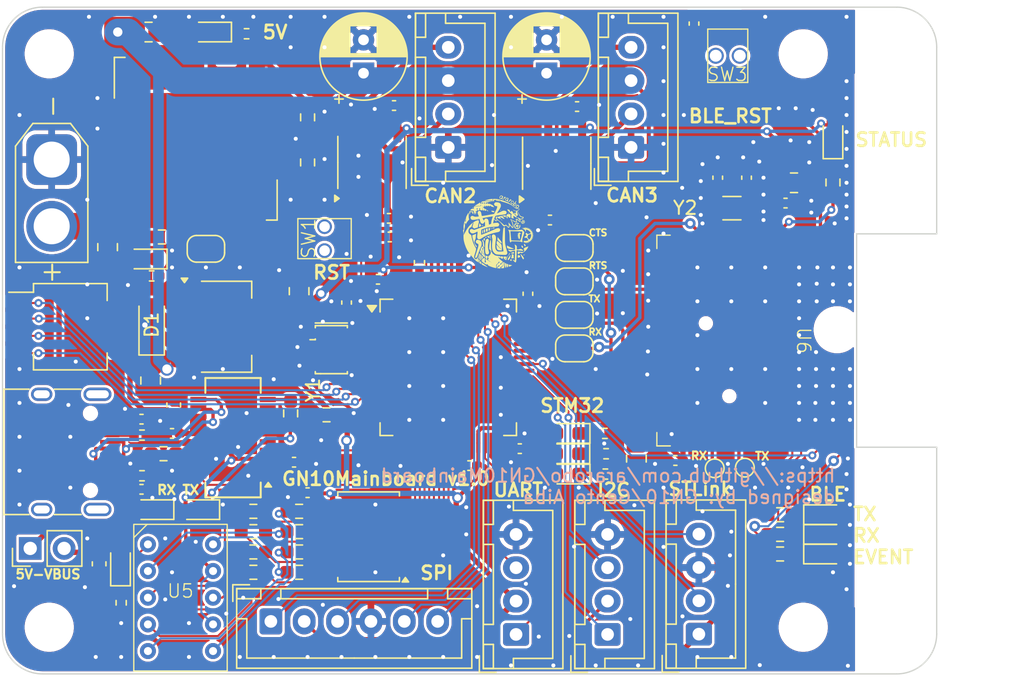
<source format=kicad_pcb>
(kicad_pcb (version 20241229) (generator "pcbnew") (generator_version "9.0")
  (layers (0 "F.Cu" signal) (4 "In1.Cu" signal) (6 "In2.Cu" signal) (2 "B.Cu" signal) (13 "F.Paste" user) (15 "B.Paste" user) (5 "F.SilkS" user "F.Silkscreen") (7 "B.SilkS" user "B.Silkscreen") (1 "F.Mask" user) (3 "B.Mask" user) (25 "Edge.Cuts" user))
  (net 0 "")
  (net 1 "GND")
  (net 2 "+BATT")
  (net 3 "+5V")
  (net 4 "CAN1_H")
  (net 5 "CAN1_L")
  (net 6 "CAN2_L")
  (net 7 "CAN2_H")
  (net 8 "SYS_SWDIO")
  (net 9 "SYS_SWCLK")
  (net 10 "+3.3V")
  (net 11 "SPI3_SCK")
  (net 12 "USART3_RX")
  (net 13 "USART3_TX")
  (net 14 "DIP_3")
  (net 15 "DIP_4")
  (net 16 "DIP_2")
  (net 17 "DIP_1")
  (net 18 "LED_D")
  (net 19 "STM32_RESET")
  (net 20 "CAN3_RX")
  (net 21 "USART1_RX")
  (net 22 "LED_DP")
  (net 23 "SPI3_CS")
  (net 24 "LED_G")
  (net 25 "Net-(D6-K)")
  (net 26 "USART1_TX")
  (net 27 "USART1_CTS")
  (net 28 "LED_GREEN")
  (net 29 "LED_F")
  (net 30 "Net-(U7-USBDM)")
  (net 31 "I2C4_SDA")
  (net 32 "Net-(U7-USBDP)")
  (net 33 "LED_BLUE")
  (net 34 "SPI3_MISO")
  (net 35 "LED_E")
  (net 36 "LED_B")
  (net 37 "I2C4_SCL")
  (net 38 "USART1_RTS")
  (net 39 "LED_C")
  (net 40 "LED_RED")
  (net 41 "SPI3_MOSI")
  (net 42 "CAN3_TX")
  (net 43 "LED_A")
  (net 44 "Net-(U7-CBUS1)")
  (net 45 "Net-(U7-CBUS2)")
  (net 46 "USART2_RX")
  (net 48 "USART2_TX")
  (net 49 "LED_E_DRV")
  (net 50 "LED_A_DRV")
  (net 51 "Net-(D3-K)")
  (net 52 "Net-(D2-K)")
  (net 53 "LED_B_DRV")
  (net 54 "LED_D_DRV")
  (net 55 "LED_DP_DRV")
  (net 56 "LED_G_DRV")
  (net 57 "Net-(D4-K)")
  (net 58 "Net-(D5-K)")
  (net 59 "LED_F_DRV")
  (net 60 "LED_C_DRV")
  (net 61 "CAN2_RX")
  (net 62 "CAN2_TX")
  (net 63 "BLE_UART_TX")
  (net 64 "BLE_UART_RX_LED")
  (net 65 "BLE_RESET")
  (net 66 "BLE_EVENT_LED")
  (net 67 "BLE_UART_RX")
  (net 68 "BLE_STATUS_LED")
  (net 69 "BLE_UART_MODE")
  (net 70 "BLE_UART_CTS")
  (net 71 "BLE_UART_RTS")
  (net 72 "BLE_UART_TX_LED")
  (net 73 "BLE_DEBUG_UART_TX")
  (net 74 "BLE_DEBUG_UART_RX")
  (net 75 "VBUS")
  (net 78 "Net-(U6-PA11)")
  (net 79 "Net-(U6-PA12)")
  (net 81 "Net-(D7-K)")
  (net 82 "Net-(D8-K)")
  (net 83 "Net-(D9-K)")
  (net 84 "Net-(D10-K)")
  (net 85 "Net-(D11-K)")
  (net 86 "Net-(D12-K)")
  (net 88 "Net-(D13-K)")
  (net 96 "Net-(J3-CC2)")
  (net 100 "Net-(J3-CC1)")
  (net 101 "Net-(JP1-B)")
  (net 102 "Net-(U1-Trim)")
  (net 103 "Net-(R2-Pad2)")
  (net 104 "Net-(U3-PB8)")
  (net 105 "Net-(U4-O1)")
  (net 106 "Net-(U4-O2)")
  (net 107 "Net-(U4-O3)")
  (net 108 "Net-(U4-O4)")
  (net 109 "Net-(U4-O5)")
  (net 110 "Net-(U4-O6)")
  (net 111 "Net-(U4-O7)")
  (net 112 "Net-(U4-O8)")
  (net 119 "Net-(U3-PF1)")
  (net 122 "Net-(U3-PF0)")
  (footprint "Resistor_SMD:R_0603_1608Metric_Pad0.98x0.95mm_HandSolder" (layer "F.Cu") (at 142.065 133.49)
    (property "Reference" "R25" (hide yes))
    (property "Value" "470")
  )
  (footprint "LED_SMD:LED_0603_1608Metric_Pad1.05x0.95mm_HandSolder" (layer "F.Cu") (at 191.6966 141.0084)
    (property "Reference" "D9" (hide yes))
    (property "Value" "Green")
  )
  (footprint "Resistor_SMD:R_0603_1608Metric_Pad0.98x0.95mm_HandSolder" (layer "F.Cu") (at 152.225 140.856 180)
    (property "Reference" "R13" (hide yes))
    (property "Value" "330")
  )
  (footprint "Connector_JST:JST_XH_B4B-XH-A_1x04_P2.50mm_Vertical" (layer "F.Cu") (at 182.18 147.019 90)
    (property "Reference" "J8" (hide yes))
    (property "Value" "Conn_01x04")
  )
  (footprint "Capacitor_SMD:C_0402_1005Metric_Pad0.74x0.62mm_HandSolder" (layer "F.Cu") (at 140.414 136.157)
    (property "Reference" "C21" (hide yes))
    (property "Value" "0.1u")
  )
  (footprint "MountingHole:MountingHole_3.2mm_M3" (layer "F.Cu") (at 133.5 103.5)
    (property "Reference" "REF**" (hide yes))
    (property "Value" "MountingHole_3.2mm_M3" (hide yes))
  )
  (footprint "Resistor_SMD:R_0603_1608Metric_Pad0.98x0.95mm_HandSolder" (layer "F.Cu") (at 141.938 117.234)
    (property "Reference" "R1" (hide yes))
    (property "Value" "20k")
  )
  (footprint "Capacitor_SMD:C_0402_1005Metric_Pad0.74x0.62mm_HandSolder" (layer "F.Cu") (at 171.021 115.964 180)
    (property "Reference" "C31" (hide yes))
    (property "Value" "0.1u")
  )
  (footprint "Capacitor_THT:CP_Radial_D6.3mm_P2.50mm" (layer "F.Cu") (at 157.051 104.95438 90)
    (property "Reference" "C29" (hide yes))
    (property "Value" "100u")
  )
  (footprint "Capacitor_SMD:C_0402_1005Metric_Pad0.74x0.62mm_HandSolder" (layer "F.Cu") (at 151.844 134.125)
    (property "Reference" "C25" (hide yes))
    (property "Value" "0.1u")
  )
  (footprint "GN10_Parts:TVAF" (layer "F.Cu") (at 184.345 103.645 -90)
    (property "Reference" "SW3")
    (property "Value" "SW_Push")
  )
  (footprint "Capacitor_SMD:C_0402_1005Metric_Pad0.74x0.62mm_HandSolder" (layer "F.Cu") (at 173.053 107.455 180)
    (property "Reference" "C30" (hide yes))
    (property "Value" "0.1u")
  )
  (footprint "LED_SMD:LED_0603_1608Metric_Pad1.05x0.95mm_HandSolder" (layer "F.Cu") (at 141.176 137.681 180)
    (property "Reference" "D12" (hide yes))
    (property "Value" "LED")
  )
  (footprint "LED_SMD:LED_0603_1608Metric_Pad1.05x0.95mm_HandSolder" (layer "F.Cu") (at 144.605 137.681 180)
    (property "Reference" "D13" (hide yes))
    (property "Value" "LED")
  )
  (footprint "GN10_Parts:ZSX" (layer "F.Cu") (at 189.532 125 -90)
    (property "Reference" "U6")
    (property "Value" "RNBD451")
  )
  (footprint "Resistor_SMD:R_0603_1608Metric_Pad0.98x0.95mm_HandSolder" (layer "F.Cu") (at 154.2805 130.569 180)
    (property "Reference" "C11" (hide yes))
    (property "Value" "4.7u")
  )
  (footprint "Package_SO:SOIC-8_3.9x4.9mm_P1.27mm" (layer "F.Cu") (at 157.686 111.646 90)
    (property "Reference" "U8" (hide yes))
    (property "Value" "MCP2562-E-SN")
  )
  (footprint "LED_SMD:LED_0603_1608Metric_Pad1.05x0.95mm_HandSolder" (layer "F.Cu") (at 191.6985 139.5352)
    (property "Reference" "D11" (hide yes))
    (property "Value" "Green")
  )
  (footprint "Resistor_SMD:R_0402_1005Metric_Pad0.72x0.64mm_HandSolder" (layer "F.Cu") (at 138.89 144.666 -90)
    (property "Reference" "R5" (hide yes))
    (property "Value" "1k")
  )
  (footprint "Connector_JST:JST_XH_B4B-XH-A_1x04_P2.50mm_Vertical" (layer "F.Cu") (at 177.1 110.51 90)
    (property "Reference" "J5" (hide yes))
    (property "Value" "Conn_01x04")
  )
  (footprint "Capacitor_SMD:C_0603_1608Metric_Pad1.08x0.95mm_HandSolder" (layer "F.Cu") (at 137.239 141.745 -90)
    (property "Reference" "C22" (hide yes))
    (property "Value" "4.7u")
  )
  (footprint "LED_SMD:LED_0603_1608Metric_Pad1.05x0.95mm_HandSolder" (layer "F.Cu") (at 138.8392 141.731 90)
    (property "Reference" "D3" (hide yes))
    (property "Value" "White")
  )
  (footprint "Jumper:SolderJumper-2_P1.3mm_Open_RoundedPad1.0x1.5mm" (layer "F.Cu") (at 172.8498 125.5906)
    (property "Reference" "JP4" (hide yes))
    (property "Value" "SolderJumper_2_Open")
  )
  (footprint "Capacitor_SMD:C_0402_1005Metric_Pad0.74x0.62mm_HandSolder" (layer "F.Cu") (at 180.419 133.998 180)
    (property "Reference" "C18" (hide yes))
    (property "Value" "0.1u")
  )
  (footprint "Capacitor_SMD:C_0805_2012Metric_Pad1.18x1.45mm_HandSolder" (layer "F.Cu") (at 152.225 121.298 90)
    (property "Reference" "C4" (hide yes))
    (property "Value" "10u")
  )
  (footprint "Resistor_SMD:R_0402_1005Metric_Pad0.72x0.64mm_HandSolder" (layer "F.Cu") (at 140.4515 132.093)
    (property "Reference" "R23" (hide yes))
    (property "Value" "4.7k")
  )
  (footprint "Connector_PinHeader_2.54mm:PinHeader_1x02_P2.54mm_Vertical" (layer "F.Cu") (at 132.075 140.589 90)
    (property "Reference" "J2" (hide yes))
    (property "Value" "Conn_01x02_Pin")
  )
  (footprint "Capacitor_SMD:C_0402_1005Metric_Pad0.74x0.62mm_HandSolder" (layer "F.Cu") (at 164.9845 134.379 180)
    (property "Reference" "C10" (hide yes))
    (property "Value" "1u")
  )
  (footprint "Capacitor_SMD:C_0402_1005Metric_Pad0.74x0.62mm_HandSolder" (layer "F.Cu") (at 155.781 122.1529 90)
    (property "Reference" "C6" (hide yes))
    (property "Value" "0.1u")
  )
  (footprint "Capacitor_SMD:C_0805_2012Metric_Pad1.18x1.45mm_HandSolder" (layer "F.Cu") (at 141.0998 128.0036 -90)
    (property "Reference" "C3" (hide yes))
    (property "Value" "10u")
  )
  (footprint "LED_SMD:LED_0603_1608Metric_Pad1.05x0.95mm_HandSolder" (layer "F.Cu") (at 191.6985 138.062)
    (property "Reference" "D10" (hide yes))
    (property "Value" "Blue")
  )
  (footprint "Connector_USB:USB_C_Receptacle_HRO_TYPE-C-31-M-12" (layer "F.Cu") (at 133.985 133.35 -90)
    (property "Reference" "J3" (hide yes))
    (property "Value" "USB_C_Receptacle_USB2.0_16P" (hide yes))
  )
  (footprint "Capacitor_SMD:C_0402_1005Metric_Pad0.74x0.62mm_HandSolder" (layer "F.Cu") (at 183.594 112.789 90)
    (property "Reference" "C17" (hide yes))
    (property "Value" "18p")
  )
  (footprint "Capacitor_SMD:C_0402_1005Metric_Pad0.74x0.62mm_HandSolder" (layer "F.Cu") (at 142.7 131.966 180)
    (property "Reference" "C23" (hide yes))
    (property "Value" "0.1u")
  )
  (footprint "Jumper:SolderJumper-2_P1.3mm_Open_RoundedPad1.0x1.5mm" (layer "F.Cu") (at 172.8498 123.076 180)
    (property "Reference" "JP5" (hide yes))
    (property "Value" "SolderJumper_2_Open")
  )
  (footprint "Capacitor_SMD:C_0805_2012Metric_Pad1.18x1.45mm_HandSolder" (layer "F.Cu") (at 137.874 117.996 -90)
    (property "Reference" "C1" (hide yes))
    (property "Value" "22u")
  )
  (footprint "Capacitor_SMD:C_0402_1005Metric_Pad0.74x0.62mm_HandSolder" (layer "F.Cu") (at 152.86 136.411 180)
    (property "Reference" "C12" (hide yes))
    (property "Value" "0.1u")
  )
  (footprint "Diode_SMD:Nexperia_CFP3_SOD-123W" (layer "F.Cu") (at 141.176 123.825 90)
    (property "Reference" "D1")
    (property "Value" "SS2040FL")
  )
  (footprint "Resistor_SMD:R_0603_1608Metric_Pad0.98x0.95mm_HandSolder" (layer "F.Cu") (at 152.225 142.38 180)
    (property "Reference" "R11" (hide yes))
    (property "Value" "330")
  )
  (footprint "Capacitor_THT:CP_Radial_D6.3mm_P2.50mm" (layer "F.Cu") (at 170.767 104.95438 90)
    (property "Reference" "C32" (hide yes))
    (property "Value" "100u")
  )
  (footprint "Connector_JST:JST_XH_B4B-XH-A_1x04_P2.50mm_Vertical" (layer "F.Cu") (at 163.401 110.51 90)
    (property "Reference" "J4" (hide yes))
    (property "Value" "Conn_01x04")
  )
  (footprint "TestPoint:TestPoint_Pad_D1.0mm" (layer "F.Cu") (at 183.3654 134.5822)
    (property "Reference" "TP2" (hide yes))
    (property "Value" "TestPoint")
  )
  (footprint "Capacitor_SMD:C_0402_1005Metric_Pad0.74x0.62mm_HandSolder" (layer "F.Cu") (at 140.414 130.8992)
    (property "Reference" "C20" (hide yes))
    (property "Value" "0.1u")
  )
  (footprint "Resistor_SMD:R_0603_1608Metric_Pad0.98x0.95mm_HandSolder" (layer "F.Cu") (at 188.2676 139.5352 180)
    (property "Reference" "R22" (hide yes))
    (property "Value" "1k")
  )
  (footprint "GN10_Parts:TVAF" (layer "F.Cu") (at 154.13 117.361 180)
    (property "Reference" "SW1")
    (property "Value" "SW_Push")
  )
  (footprint "Jumper:SolderJumper-2_P1.3mm_Open_RoundedPad1.0x1.5mm" (layer "F.Cu") (at 172.847 120.563 180)
    (property "Reference" "JP3" (hide yes))
    (property "Value" "SolderJumper_2_Open")
  )
  (footprint "Resistor_SMD:R_0603_1608Metric_Pad0.98x0.95mm_HandSolder" (layer "F.Cu") (at 148.796 140.856 180)
    (property "Reference" "R12" (hide yes))
    (property "Value" "330")
  )
  (footprint "Capacitor_SMD:C_0402_1005Metric_Pad0.74x0.62mm_HandSolder" (layer "F.Cu") (at 185.753 112.789 90)
    (property "Reference" "C15" (hide yes))
    (property "Value" "18p")
  )
  (footprint "LED_SMD:LED_0603_1608Metric_Pad1.05x0.95mm_HandSolder" (layer "F.Cu") (at 172.357 135.014 180)
    (property "Reference" "D5" (hide yes))
    (property "Value" "Red")
  )
  (footprint "Capacitor_SMD:C_0805_2012Metric_Pad1.18x1.45mm_HandSolder" (layer "F.Cu") (at 140.9435 101.867)
    (property "Reference" "C2" (hide yes))
    (property "Value" "10u")
  )
  (footprint "Capacitor_SMD:C_0402_1005Metric_Pad0.74x0.62mm_HandSolder" (layer "F.Cu") (at 168.7604 133.109)
    (property "Reference" "C9" (hide yes))
    (property "Value" "0.1u")
  )
  (footprint "Resistor_SMD:R_0603_1608Metric_Pad0.98x0.95mm_HandSolder" (layer "F.Cu") (at 148.796 142.38 180)
    (property "Reference" "R10" (hide yes))
    (property "Value" "330")
  )
  (footprint "LED_SMD:LED_0603_1608Metric_Pad1.05x0.95mm_HandSolder" (layer "F.Cu") (at 172.357 131.966 180)
    (property "Reference" "D7" (hide yes))
    (property "Value" "Blue")
  )
  (footprint "Capacitor_SMD:C_0402_1005Metric_Pad0.74x0.62mm_HandSolder" (layer "F.Cu") (at 158.1345 120.409 180)
    (property "Reference" "C7" (hide yes))
    (property "Value" "0.1u")
  )
  (footprint "Capacitor_SMD:C_0402_1005Metric_Pad0.74x0.62mm_HandSolder" (layer "F.Cu") (at 158.956 115.837)
    (property "Reference" "C28" (hide yes))
    (property "Value" "0.1u")
  )
  (footprint "Jumper:SolderJumper-2_P1.3mm_Open_RoundedPad1.0x1.5mm" (layer "F.Cu") (at 145.24 118.123 180)
    (property "Reference" "JP1" (hide yes))
    (property "Value" "SolderJumper_2_Open")
  )
  (footprint "Package_SO:SOIC-8_3.9x4.9mm_P1.27mm" (layer "F.Cu") (at 171.529 111.708 90)
    (property "Reference" "U9" (hide yes))
    (property "Value" "MCP2562-E-SN")
  )
  (footprint "GN10_Parts:OSL10326" (layer "F.Cu") (at 143.335 144.285)
    (property "Reference" "U5")
    (property "Value" "7segmentLED")
  )
  (footprint "LED_SMD:LED_0603_1608Metric_Pad1.05x0.95mm_HandSolder" (layer "F.Cu") (at 192.23 109.7035 90)
    (property "Reference" "D8" (hide yes))
    (property "Value" "Blue")
  )
  (footprint "Resistor_SMD:R_0603_1608Metric_Pad0.98x0.95mm_HandSolder" (layer "F.Cu") (at 152.225 137.808 180)
    (property "Reference" "R17" (hide yes))
    (property "Value" "330")
  )
  (footprint "Capacitor_SMD:C_0402_1005Metric_Pad0.74x0.62mm_HandSolder" (layer "F.Cu") (at 159.0155 117.234)
    (property "Reference" "C5" (hide yes))
    (property "Value" "0.1u")
  )
  (footprint "Resistor_SMD:R_0402_1005Metric_Pad0.72x0.64mm_HandSolder" (layer "F.Cu") (at 175.2265 133.49)
    (property "Reference" "R9" (hide yes))
    (property "Value" "1k")
  )
  (footprint "MountingHole:MountingHole_3.2mm_M3" (layer "F.Cu") (at 190 146.5)
    (property "Reference" "REF**" (hide yes))
    (property "Value" "MountingHole_3.2mm_M3" (hide yes))
  )
  (footprint "Resistor_SMD:R_0603_1608Metric_Pad0.98x0.95mm_HandSolder" (layer "F.Cu") (at 148.796 139.332 180)
    (property "Reference" "R14" (hide yes))
    (property "Value" "330")
  )
  (footprint "Crystal:Crystal_SMD_3215-2Pin_3.2x1.5mm" (layer "F.Cu") (at 184.658 115.075)
    (property "Reference" "Y2")
    (property "Value" "32.768kHz")
  )
  (footprint "Resistor_SMD:R_0402_1005Metric_Pad0.72x0.64mm_HandSolder" (layer "F.Cu") (at 161.242 119.1765 90)
    (property "Reference" "R7" (hide yes))
    (property "Value" "10k")
  )
  (footprint "Resistor_SMD:R_0603_1608Metric_Pad0.98x0.95mm_HandSolder" (layer "F.Cu") (at 148.796 137.808 180)
    (property "Reference" "R16" (hide yes))
    (property "Value" "330")
  )
  (footprint "Resistor_SMD:R_0603_1608Metric_Pad0.98x0.95mm_HandSolder" (layer "F.Cu") (at 188.2676 141.0084 180)
    (property "Reference" "R20" (hide yes))
    (property "Value" "1k")
  )
  (footprint "Resistor_SMD:R_0402_1005Metric_Pad0.72x0.64mm_HandSolder" (layer "F.Cu") (at 175.1745 135.014)
    (property "Reference" "R8" (hide yes))
    (property "Value" "1k")
  )
  (footprint "Resistor_SMD:R_0603_1608Metric_Pad0.98x0.95mm_HandSolder" (layer "F.Cu") (at 152.86 108.264 -90)
    (property "Reference" "R2" (hide yes))
    (property "Value" "1k")
  )
  (footprint "Crystal:Resonator_SMD_Murata_CSTxExxV-3Pin_3.0x1.1mm_HandSoldering" (layer "F.Cu") (at 154.638 125.686 -90)
    (property "Reference" "Y1")
    (property "Value" "24MHz")
  )
  (footprint "Capacitor_SMD:C_0603_1608Metric_Pad1.08x0.95mm_HandSolder" (layer "F.Cu") (at 142.827 129.8335 90)
    (property "Reference" "C26" (hide yes))
    (property "Value" "4.7u")
  )
  (footprint "Resistor_SMD:R_0603_1608Metric_Pad0.98x0.95mm_HandSolder" (layer "F.Cu") (at 152.225 139.332 180)
    (property "Reference" "R15" (hide yes))
    (property "Value" "330")
  )
  (footprint "Resistor_SMD:R_0402_1005Metric_Pad0.72x0.64mm_HandSolder" (layer "F.Cu") (at 148.288 101.994)
    (property "Reference" "R6" (hide yes))
    (property "Value" "1k")
  )
  (footprint "Jumper:SolderJumper-2_P1.3mm_Open_RoundedPad1.0x1.5mm" (layer "F.Cu") (at 172.847 118.063)
    (property "Reference" "JP2" (hide yes))
    (property "Value" "SolderJumper_2_Open")
  )
  (footprint "Resistor_SMD:R_0402_1005Metric_Pad0.72x0.64mm_HandSolder" (layer "F.Cu") (at 141.176 120.155 180)
    (property "Reference" "R4" (hide yes))
    (property "Value" "1k")
  )
  (footprint "GN10_Parts:ararobo_6" (layer "F.Cu") (at 166.9824 117.107)
    (property "Reference" "G***" (hide yes))
    (property "Value" "LOGO" (hide yes))
  )
  (footprint "TestPoint:TestPoint_Pad_D1.0mm" (layer "F.Cu") (at 185.626 134.5314)
    (property "Reference" "TP1" (hide yes))
    (property "Value" "TestPoint")
  )
  (footprint "Capacitor_SMD:C_0402_1005Metric_Pad0.74x0.62mm_HandSolder" (layer "F.Cu") (at 169.37 121.4925 90)
    (property "Reference" "C8" (hide yes))
    (property "Value" "0.1u")
  )
  (footprint "Package_TO_SOT_SMD:SOT-223-3_TabPin2" (layer "F.Cu") (at 146.764 123.965)
    (property "Reference" "U2" (hide yes))
    (property "Value" "3.3V")
  )
  (footprint "Resistor_SMD:R_0603_1608Metric_Pad0.98x0.95mm_HandSolder" (layer "F.Cu") (at 152.86 111.646 -90)
    (property "Reference" "R3" (hide yes))
    (property "Value" "330")
  )
  (footprint "Package_SO:SSOP-18_4.4x6.5mm_P0.65mm" (layer "F.Cu") (at 157.432 139.713 180)
    (property "Reference" "U4" (hide yes))
    (property "Value" "TBD62083AFNG")
  )
  (footprint "Connector_AMASS:AMASS_XT30U-M_1x02_P5.0mm_Vertical" (layer "F.Cu") (at 133.683 111.432 -90)
    (property "Reference" "J1" (hide yes))
    (property "Value" "XT30PW-M" (hide yes))
  )
  (footprint "LED_SMD:LED_0603_1608Metric_Pad1.05x0.95mm_HandSolder" (layer "F.Cu") (at 145.494 101.867 180)
    (property "Reference" "D4" (hide yes))
    (property "Value" "White")
  )
  (footprint "LED_SMD:LED_0603_1608Metric_Pad1.05x0.95mm_HandSolder" (layer "F.Cu") (at 140.668 118.885 180)
    (property "Reference" "D2" (hide yes))
    (property "Value" "White")
  )
  (footprint "Resistor_SMD:R_0603_1608Metric_Pad0.98x0.95mm_HandSolder" (layer "F.Cu") (at 192.23 113.1465 -90)
    (property "Reference" "R19" (hide yes))
    (property "Value" "1k")
  )
  (footprint "LED_SMD:LED_0603_1608Metric_Pad1.05x0.95mm_HandSolder" (layer "F.Cu") (at 172.343 133.49 180)
    (property "Reference" "D6" (hide yes))
    (property "Value" "Green")
  )
  (footprint "Resistor_SMD:R_0603_1608Metric_Pad0.98x0.95mm_HandSolder" (layer "F.Cu") (at 151.59 130.4655 90)
    (property "Reference" "R26" (hide yes))
    (property "Value" "470")
  )
  (footprint "MountingHole:MountingHole_3.2mm_M3" (layer "F.Cu") (at 190 103.5)
    (property "Reference" "REF**" (hide yes))
    (property "Value" "MountingHole_3.2mm_M3" (hide yes))
  )
  (footprint "MountingHole:MountingHole_3.2mm_M3" (layer "F.Cu") (at 133.5 146.5)
    (property "Reference" "REF**" (hide yes))
    (property "Value" "MountingHole_3.2mm_M3" (hide yes))
  )
  (footprint "Capacitor_SMD:C_0402_1005Metric_Pad0.74x0.62mm_HandSolder" (layer "F.Cu") (at 188.674 114.694)
    (property "Reference" "C14" (hide yes))
    (property "Value" "0.1u")
  )
  (footprint "Connector_JST:JST_XH_B4B-XH-A_1x04_P2.50mm_Vertical" (layer "F.Cu") (at 168.481 147.039 90)
    (property "Reference" "J6" (hide yes))
    (property "Value" "Conn_01x04")
  )
  (footprint "Connector_JST:JST_XH_B4B-XH-A_1x04_P2.50mm_Vertical" (layer "F.Cu") (at 175.339 147.039 90)
    (property "Reference" "J7" (hide yes))
    (property "Value" "Conn_01x04")
  )
  (footprint "GN10_Parts:OKL_T6_W12" (layer "F.Cu") (at 150.578 115.968 90)
    (property "Reference" "U1" (hide yes))
    (property "Value" "OKL-T/x-W5N-C")
  )
  (footprint "Capacitor_SMD:C_0805_2012Metric_Pad1.18x1.45mm_HandSolder" (layer "F.Cu") (at 189.309 113.17)
    (property "Reference" "C13" (hide yes))
    (property "Value" "10u")
  )
  (footprint "Capacitor_SMD:C_0805_2012Metric_Pad1.18x1.45mm_HandSolder" (layer "F.Cu") (at 177.498 133.8495 -90)
    (property "Reference" "C19" (hide yes))
    (property "Value" "10u")
  )
  (footprint "Package_SO:SSOP-20_3.9x8.7mm_P0.635mm" (layer "F.Cu") (at 147.272 132.2835 180)
    (property "Reference" "U7" (hide yes))
    (property "Value" "FT231XS")
  )
  (footprint "Button_Switch_SMD:SW_DIP_SPSTx04_Slide_Copal_CHS-04B_W7.62mm_P1.27mm" (layer "F.Cu") (at 135.08 123.965)
    (property "Reference" "SW2" (hide yes))
    (property "Value" "SW_DIP_x04")
  )
  (footprint "Resistor_SMD:R_0603_1608Metric_Pad0.98x0.95mm_HandSolder" (layer "F.Cu") (at 188.2695 138.062 180)
    (property "Reference" "R21" (hide yes))
    (property "Value" "1k")
  )
  (footprint "Resistor_SMD:R_0402_1005Metric_Pad0.72x0.64mm_HandSolder" (layer "F.Cu") (at 140.4515 135.141)
    (property "Reference" "R24" (hide yes))
    (property "Value" "4.7k")
  )
  (footprint "Connector_JST:JST_XH_B6B-XH-A_1x06_P2.50mm_Vertical" (layer "F.Cu") (at 150.106 146.063)
    (property "Reference" "J9" (hide yes))
    (property "Value" "Conn_01x06")
  )
  (footprint "Capacitor_SMD:C_0402_1005Metric_Pad0.74x0.62mm_HandSolder" (layer "F.Cu") (at 181.816 101.232 -90)
    (property "Reference" "C16" (hide yes))
    (property "Value" "0.1u")
  )
  (footprint "Package_QFP:LQFP-64_10x10mm_P0.5mm" (layer "F.Cu") (at 163.401 127.013)
    (property "Reference" "U3" (hide yes))
    (property "Value" "STM32G474RCTx")
  )
  (footprint "Capacitor_SMD:C_0402_1005Metric_Pad0.74x0.62mm_HandSolder" (layer "F.Cu") (at 159.337 107.3788 180)
    (property "Reference" "C27" (hide yes))
    (property "Value" "0.1u")
  )
  (footprint "Resistor_SMD:R_0402_1005Metric_Pad0.72x0.64mm_HandSolder" (layer "F.Cu") (at 175.137 131.966)
    (property "Reference" "R18" (hide yes))
    (property "Value" "1k")
  )
  (gr_line (start 130 147) (end 130 103) (stroke (width 0.1)) (layer "Edge.Cuts"))
  (gr_line (start 200 103) (end 200 117) (stroke (width 0.1)) (layer "Edge.Cuts"))
  (gr_line (start 133 100) (end 197 100) (stroke (width 0.1)) (layer "Edge.Cuts"))
  (gr_line (start 194 133) (end 200 133) (stroke (width 0.1)) (layer "Edge.Cuts"))
  (gr_arc (start 130 103) (mid 130.87868 100.87868) (end 133 100) (stroke (width 0.1)) (layer "Edge.Cuts"))
  (gr_line (start 200 117) (end 194 117) (stroke (width 0.1)) (layer "Edge.Cuts"))
  (gr_arc (start 133 150) (mid 130.87868 149.12132) (end 130 147) (stroke (width 0.1)) (layer "Edge.Cuts"))
  (gr_arc (start 197 100) (mid 199.12132 100.87868) (end 200 103) (stroke (width 0.1)) (layer "Edge.Cuts"))
  (gr_line (start 197 150) (end 133 150) (stroke (width 0.1)) (layer "Edge.Cuts"))
  (gr_line (start 200 133) (end 200 147) (stroke (width 0.1)) (layer "Edge.Cuts"))
  (gr_arc (start 200 147) (mid 199.12132 149.12132) (end 197 150) (stroke (width 0.1)) (layer "Edge.Cuts"))
  (gr_line (start 194 117) (end 194 133) (stroke (width 0.1)) (layer "Edge.Cuts"))
  (gr_text "RTS" (at 173.8658 119.6724 0) (layer "F.SilkS") (effects (font (size 0.5 0.5) (thickness 0.125)) (justify left bottom)))
  (gr_text "STM32" (at 170.1828 130.4674 0) (layer "F.SilkS") (effects (font (size 1 1) (thickness 0.2) (bold yes)) (justify left bottom)))
  (gr_text "STATUS" (at 193.8048 110.5284 0) (layer "F.SilkS") (effects (font (size 1 1) (thickness 0.2) (bold yes)) (justify left bottom)))
  (gr_text "5V-VBUS" (at 130.889 142.9388 0) (layer "F.SilkS") (effects (font (size 0.7 0.7) (thickness 0.16) (bold yes)) (justify left bottom)))
  (gr_text "TX" (at 186.3118 134.0234 0) (layer "F.SilkS") (effects (font (size 0.6 0.6)) (justify left bottom)))
  (gr_text "5V" (at 149.388 102.464 0) (layer "F.SilkS") (effects (font (size 1 1) (thickness 0.2) (bold yes)) (justify left bottom)))
  (gr_text "TX\nRX\nEVENT" (at 193.627 141.8212 0) (layer "F.SilkS") (effects (font (size 1 1) (thickness 0.2) (bold yes)) (justify left bottom)))
  (gr_text "BLE_RST" (at 181.308 108.7504 0) (layer "F.SilkS") (effects (font (size 1 1) (thickness 0.2) (bold yes)) (justify left bottom)))
  (gr_text "GN10Mainboard v1.0" (at 150.828 135.9538 0) (layer "F.SilkS") (effects (font (size 1 1) (thickness 0.2) (bold yes)) (justify left bottom)))
  (gr_text "CTS" (at 173.8658 117.2086 0) (layer "F.SilkS") (effects (font (size 0.5 0.5) (thickness 0.125)) (justify left bottom)))
  (gr_text "CAN2" (at 161.496 114.7448 0) (layer "F.SilkS") (effects (font (size 1 1) (thickness 0.2) (bold yes)) (justify left bottom)))
  (gr_text "TX" (at 173.8404 122.1616 0) (layer "F.SilkS") (effects (font (size 0.5 0.5) (thickness 0.125)) (justify left bottom)))
  (gr_text "BLE" (at 190.3504 137.1222 0) (layer "F.SilkS") (effects (font (size 1 1) (thickness 0.2) (bold yes)) (justify left bottom)))
  (gr_text "SPI" (at 161.1912 143.015 0) (layer "F.SilkS") (effects (font (size 1 1) (thickness 0.2) (bold yes)) (justify left bottom)))
  (gr_text "STLink" (at 179.784 136.7158 0) (layer "F.SilkS") (effects (font (size 1 1) (thickness 0.2) (bold yes)) (justify left bottom)))
  (gr_text "RST" (at 153.1648 120.4852 0) (layer "F.SilkS") (effects (font (size 1 1) (thickness 0.2) (bold yes)) (justify left bottom)))
  (gr_text "I2C" (at 174.45 136.792 0) (layer "F.SilkS") (effects (font (size 1 1) (thickness 0.2) (bold yes)) (justify left bottom)))
  (gr_text "RX" (at 181.499 133.998 0) (layer "F.SilkS") (effects (font (size 0.6 0.6)) (justify left bottom)))
  (gr_text "UART" (at 166.6776 136.792 0) (layer "F.SilkS") (effects (font (size 1 1) (thickness 0.2) (bold yes)) (justify left bottom)))
  (gr_text "RX TX" (at 141.494 136.617 0) (layer "F.SilkS") (effects (font (size 0.7 0.7) (thickness 0.17) (bold yes)) (justify left bottom)))
  (gr_text "RX" (at 173.8404 124.6508 0) (layer "F.SilkS") (effects (font (size 0.5 0.5) (thickness 0.125)) (justify left bottom)))
  (gr_text "CAN3" (at 175.1104 114.694 0) (layer "F.SilkS") (effects (font (size 1 1) (thickness 0.2) (bold yes)) (justify left bottom)))
  (gr_text "https://github.com/ararobo/GN10Mainboard\ndesigned by: GN10/Gento Aiba" (at 192.4985 137.327 0) (layer "B.SilkS") (effects (font (size 1 1)) (justify left bottom mirror)))
  (segment (start 182.451 116.218) (end 183.182 116.949) (width 0.4) (layer "F.Cu") (net 1))
  (segment (start 185.499 111.265) (end 184.864 111.265) (width 0.4) (layer "F.Cu") (net 1))
  (segment (start 182.324 112.408) (end 182.324 113.043) (width 0.4) (layer "F.Cu") (net 1))
  (segment (start 166.651 132.688) (end 166.651 133.56612) (width 0.3) (layer "F.Cu") (net 1))
  (segment (start 169.076 123.763) (end 168.19788 123.763) (width 0.3) (layer "F.Cu") (net 1))
  (segment (start 186.182 117.6) (end 186.182 117.001) (width 0.4) (layer "F.Cu") (net 1))
  (segment (start 166.651 133.56612) (end 167.211 134.12612) (width 0.3) (layer "F.Cu") (net 1))
  (segment (start 168.19788 123.763) (end 167.719 124.24188) (width 0.3) (layer "F.Cu") (net 1))
  (segment (start 187.023 113.424) (end 187.023 112.789) (width 0.4) (layer "F.Cu") (net 1))
  (segment (start 182.324 115.583) (end 182.324 116.091) (width 0.4) (layer "F.Cu") (net 1))
  (segment (start 144.672 132.601) (end 144.63 132.643) (width 0.3) (layer "F.Cu") (net 1))
  (segment (start 187.023 111.9) (end 186.7055 111.5825) (width 0.4) (layer "F.Cu") (net 1))
  (segment (start 164.651 134.145) (end 164.651 132.688) (width 0.3) (layer "F.Cu") (net 1))
  (segment (start 182.324 114.948) (end 182.324 115.583) (width 0.4) (layer "F.Cu") (net 1))
  (segment (start 182.324 113.678) (end 182.324 114.313) (width 0.4) (layer "F.Cu") (net 1))
  (segment (start 187.023 112.154) (end 187.023 111.9) (width 0.4) (layer "F.Cu") (net 1))
  (segment (start 187.023 115.964) (end 187.023 115.329) (width 0.4) (layer "F.Cu") (net 1))
  (segment (start 144.63 132.643) (end 142.8095 132.643) (width 0.3) (layer "F.Cu") (net 1))
  (segment (start 164.417 134.379) (end 164.651 134.145) (width 0.3) (layer "F.Cu") (net 1))
  (segment (start 186.388 111.265) (end 186.134 111.265) (width 0.4) (layer "F.Cu") (net 1))
  (segment (start 186.7055 111.5825) (end 186.388 111.265) (width 0.4) (layer "F.Cu") (net 1))
  (segment (start 182.959 111.265) (end 182.8955 111.3285) (width 0.4) (layer "F.Cu") (net 1))
  (segment (start 182.324 116.091) (end 182.451 116.218) (width 0.4) (layer "F.Cu") (net 1))
  (segment (start 187.023 112.789) (end 187.023 112.154) (width 0.4) (layer "F.Cu") (net 1))
  (segment (start 187.023 115.329) (end 187.023 114.694) (width 0.4) (layer "F.Cu") (net 1))
  (segment (start 182.451 111.773) (end 182.324 111.9) (width 0.4) (layer "F.Cu") (net 1))
  (segment (start 182.8955 111.3285) (end 182.451 111.773) (width 0.4) (layer "F.Cu") (net 1))
  (segment (start 183.182 116.949) (end 183.182 117.6) (width 0.4) (layer "F.Cu") (net 1))
  (segment (start 186.182 117.001) (end 187.023 116.16) (width 0.4) (layer "F.Cu") (net 1))
  (segment (start 187.023 114.059) (end 187.023 113.424) (width 0.4) (layer "F.Cu") (net 1))
  (segment (start 187.023 116.16) (end 187.023 115.964) (width 0.4) (layer "F.Cu") (net 1))
  (segment (start 184.229 111.265) (end 183.594 111.265) (width 0.4) (layer "F.Cu") (net 1))
  (segment (start 183.594 111.265) (end 182.959 111.265) (width 0.4) (layer "F.Cu") (net 1))
  (segment (start 142.8095 132.643) (end 142.1325 131.966) (width 0.3) (layer "F.Cu") (net 1))
  (segment (start 144.672 132.601) (end 144.5938 132.6792) (width 0.1524) (layer "F.Cu") (net 1))
  (segment (start 182.324 113.043) (end 182.324 113.678) (width 0.4) (layer "F.Cu") (net 1))
  (segment (start 187.023 114.694) (end 187.023 114.059) (width 0.4) (layer "F.Cu") (net 1))
  (segment (start 182.324 111.9) (end 182.324 112.408) (width 0.4) (layer "F.Cu") (net 1))
  (segment (start 182.324 114.313) (end 182.324 114.948) (width 0.4) (layer "F.Cu") (net 1))
  (segment (start 186.134 111.265) (end 185.499 111.265) (width 0.4) (layer "F.Cu") (net 1))
  (segment (start 184.864 111.265) (end 184.229 111.265) (width 0.4) (layer "F.Cu") (net 1))
  (via (at 135.08 132.22) (size 0.6) (drill 0.3) (layers "F.Cu" "B.Cu") (net 1))
  (via (at 192.23 127.14) (size 0.6) (drill 0.3) (layers "F.Cu" "B.Cu") (net 1))
  (via (at 157.8892 107.6328) (size 0.6) (drill 0.3) (layers "F.Cu" "B.Cu") (net 1))
  (via (at 174.45 149.365) (size 0.6) (drill 0.3) (layers "F.Cu" "B.Cu") (net 1))
  (via (at 186.7055 111.5825) (size 0.6) (drill 0.3) (layers "F.Cu" "B.Cu") (net 1))
  (via (at 160.607 115.71) (size 0.6) (drill 0.3) (layers "F.Cu" "B.Cu") (net 1))
  (via (at 176.482 122.949) (size 0.6) (drill 0.3) (layers "F.Cu" "B.Cu") (net 1))
  (via (at 187.023 112.789) (size 0.6) (drill 0.3) (layers "F.Cu" "B.Cu") (net 1))
  (via (at 156.67 111.138) (size 0.6) (drill 0.3) (layers "F.Cu" "B.Cu") (net 1))
  (via (at 184.5084 141.11) (size 0.6) (drill 0.3) (layers "F.Cu" "B.Cu") (net 1))
  (via (at 193.246 105.55) (size 0.6) (drill 0.3) (layers "F.Cu" "B.Cu") (net 1))
  (via (at 142.192 144.412) (size 0.6) (drill 0.3) (layers "F.Cu" "B.Cu") (net 1))
  (via (at 188.8772 136.03) (size 0.6) (drill 0.3) (layers "F.Cu" "B.Cu") (net 1))
  (via (at 193.246 143.65) (size 0.6) (drill 0.3) (layers "F.Cu" "B.Cu") (net 1))
  (via (at 182.451 111.773) (size 0.6) (drill 0.3) (layers "F.Cu" "B.Cu") (net 1))
  (via (at 152.098 125.489) (size 0.6) (drill 0.3) (layers "F.Cu" "B.Cu") (net 1))
  (via (at 179.53 116.98) (size 0.6) (drill 0.3) (layers "F.Cu" "B.Cu") (net 1))
  (via (at 179.53 110.249) (size 0.6) (drill 0.3) (layers "F.Cu" "B.Cu") (net 1))
  (via (at 157.305 115.583) (size 0.6) (drill 0.3) (layers "F.Cu" "B.Cu") (net 1))
  (via (at 190.96 125.87) (size 0.6) (drill 0.3) (layers "F.Cu" "B.Cu") (net 1))
  (via (at 193.246 110.63) (size 0.6) (drill 0.3) (layers "F.Cu" "B.Cu") (net 1))
  (via (at 164.0868 135.776) (size 0.6) (drill 0.3) (layers "F.Cu" "B.Cu") (net 1))
  (via (at 184.61 127.14) (size 0.6) (drill 0.3) (layers "F.Cu" "B.Cu") (net 1))
  (via (at 193.246 106.82) (size 0.6) (drill 0.3) (layers "F.Cu" "B.Cu") (net 1))
  (via (at 150.32 148.73) (size 0.6) (drill 0.3) (layers "F.Cu" "B.Cu") (net 1))
  (via (at 175.088174 132.720696) (size 0.6) (drill 0.3) (layers "F.Cu" "B.Cu") (net 1))
  (via (at 192.23 120.79) (size 0.6) (drill 0.3) (layers "F.Cu" "B.Cu") (net 1))
  (via (at 144.478 140.094) (size 0.6) (drill 0.3) (layers "F.Cu" "B.Cu") (net 1))
  (via (at 139.177582 130.122054) (size 0.6) (drill 0.3) (layers "F.Cu" "B.Cu") (net 1))
  (via (at 154.13 107.836) (size 0.6) (drill 0.3) (layers "F.Cu" "B.Cu") (net 1))
  (via (at 136.477 100.724) (size 0.6) (drill 0.3) (layers "F.Cu" "B.Cu") (net 1))
  (via (at 160.48 128.41) (size 0.6) (drill 0.3) (layers "F.Cu" "B.Cu") (net 1))
  (via (at 189.69 127.14) (size 0.6) (drill 0.3) (layers "F.Cu" "B.Cu") (net 1))
  (via (at 189.69 129.68) (size 0.6) (drill 0.3) (layers "F.Cu" "B.Cu") (net 1))
  (via (at 130.8636 143.4214) (size 0.6) (drill 0.3) (layers "F.Cu" "B.Cu") (net 1))
  (via (at 177.625 149.365) (size 0.6) (drill 0.3) (layers "F.Cu" "B.Cu") (net 1))
  (via (at 131.27 132.22) (size 0.6) (drill 0.3) (layers "F.Cu" "B.Cu") (net 1))
  (via (at 161.242 108.344) (size 0.6) (drill 0.3) (layers "F.Cu" "B.Cu") (net 1))
  (via (at 170.132 116.726) (size 0.6) (drill 0.3) (layers "F.Cu" "B.Cu") (net 1))
  (via (at 156.8224 122.0346) (size 0.6) (drill 0.3) (layers "F.Cu" "B.Cu") (net 1))
  (via (at 178.895 134.252) (size 0.6) (drill 0.3) (layers "F.Cu" "B.Cu") (net 1))
  (via (at 159.972 111.646) (size 0.6) (drill 0.3) (layers "F.Cu" "B.Cu") (net 1))
  (via (at 157.94 148.73) (size 0.6) (drill 0.3) (layers "F.Cu" "B.Cu") (net 1))
  (via (at 192.23 128.41) (size 0.6) (drill 0.3) (layers "F.Cu" "B.Cu") (net 1))
  (via (at 138.89 146.19) (size 0.6) (drill 0.3) (layers "F.Cu" "B.Cu") (net 1))
  (via (at 163.02 148.73) (size 0.6) (drill 0.3) (layers "F.Cu" "B.Cu") (net 1))
  (via (at 139.5758 134.2266) (size 0.6) (drill 0.3) (layers "F.Cu" "B.Cu") (net 1))
  (via (at 189.69 128.41) (size 0.6) (drill 0.3) (layers "F.Cu" "B.Cu") (net 1))
  (via (at 142.8778 136.8936) (size 0.6) (drill 0.3) (layers "F.Cu" "B.Cu") (net 1))
  (via (at 164.925 118.631) (size 0.6) (drill 0.3) (layers "F.Cu" "B.Cu") (net 1))
  (via (at 182.451 116.218) (size 0.6) (drill 0.3) (layers "F.Cu" "B.Cu") (net 1))
  (via (at 184.61 122.06) (size 0.6) (drill 0.3) (layers "F.Cu" "B.Cu") (net 1))
  (via (at 179.53 136.03) (size 0.6) (drill 0.3) (layers "F.Cu" "B.Cu") (net 1))
  (via (at 153.495 134.252) (size 0.6) (drill 0.3) (layers "F.Cu" "B.Cu") (net 1))
  (via (at 192.23 129.68) (size 0.6) (drill 0.3) (layers "F.Cu" "B.Cu") (net 1))
  (via (at 152.2504 126.886) (size 0.6) (drill 0.3) (layers "F.Cu" "B.Cu") (net 1))
  (via (at 167.338 126.251) (size 0.6) (drill 0.3) (layers "F.Cu" "B.Cu") (net 1))
  (via (at 187.15 122.06) (size 0.6) (drill 0.3) (layers "F.Cu" "B.Cu") (net 1))
  (via (at 190.452 136.919) (size 0.6) (drill 0.3) (layers "F.Cu" "B.Cu") (net 1))
  (via (at 154.13 114.44) (size 0.6) (drill 0.3) (layers "F.Cu" "B.Cu") (net 1))
  (via (at 184.61 119.52) (size 0.6) (drill 0.3) (layers "F.Cu" "B.Cu") (net 1))
  (via (at 179.53 112.408) (size 0.6) (drill 0.3) (layers "F.Cu" "B.Cu") (net 1))
  (via (at 136.1722 143.4976) (size 0.6) (drill 0.3) (layers "F.Cu" "B.Cu") (net 1))
  (via (at 190.9092 129.68) (size 0.6) (drill 0.3) (layers "F.Cu" "B.Cu") (net 1))
  (via (at 191.0616 119.52) (size 0.6) (drill 0.3) (layers "F.Cu" "B.Cu") (net 1))
  (via (at 178.381998 122.0092) (size 0.6) (drill 0.3) (layers "F.Cu" "B.Cu") (net 1))
  (via (at 177.0408 145.8852) (size 0.6) (drill 0.3) (layers "F.Cu" "B.Cu") (net 1))
  (via (at 179.53 103.01) (size 0.6) (drill 0.3) (layers "F.Cu" "B.Cu") (net 1))
  (via (at 146.002 133.871) (size 0.6) (drill 0.3) (layers "F.Cu" "B.Cu") (net 1))
  (via (at 156.1112 120.536) (size 0.6) (drill 0.3) (layers "F.Cu" "B.Cu") (net 1))
  (via (at 154.003 123.584) (size 0.6) (drill 0.3) (layers "F.Cu" "B.Cu") (net 1))
  (via (at 165.56 144.92) (size 0.6) (drill 0.3) (layers "F.Cu" "B.Cu") (net 1))
  (via (at 193.5 130.95) (size 0.6) (drill 0.3) (layers "F.Cu" "B.Cu") (net 1))
  (via (at 192.357 116.218) (size 0.6) (drill 0.3) (layers "F.Cu" "B.Cu") (net 1))
  (via (at 154.13 103.01) (size 0.6) (drill 0.3) (layers "F.Cu" "B.Cu") (net 1))
  (via (at 184.356 143.396) (size 0.6) (drill 0.3) (layers "F.Cu" "B.Cu") (net 1))
  (via (at 172.8244 140.4496) (size 0.6) (drill 0.3) (layers "F.Cu" "B.Cu") (net 1))
  (via (at 165.56 148.73) (size 0.6) (drill 0.3) (layers "F.Cu" "B.Cu") (net 1))
  (via (at 193.5 128.41) (size 0.6) (drill 0.3) (layers "F.Cu" "B.Cu") (net 1))
  (via (at 182.07 122.06) (size 0.6) (drill 0.3) (layers "F.Cu" "B.Cu") (net 1))
  (via (at 193.5 129.68) (size 0.6) (drill 0.3) (layers "F.Cu" "B.Cu") (net 1))
  (via (at 156.162 127.5972) (size 0.6) (drill 0.3) (layers "F.Cu" "B.Cu") (net 1))
  (via (at 189.436 107.582) (size 0.6) (drill 0.3) (layers "F.Cu" "B.Cu") (net 1))
  (via (at 189.055 109.995) (size 0.6) (drill 0.3) (layers "F.Cu" "B.Cu") (net 1))
  (via (at 171.91 100.724) (size 0.6) (drill 0.3) (layers "F.Cu" "B.Cu") (net 1))
  (via (at 190.452 110.122) (size 0.6) (drill 0.3) (layers "F.Cu" "B.Cu") (net 1))
  (via (at 156.1112 107.3026) (size 0.6) (drill 0.3) (layers "F.Cu" "B.Cu") (net 1))
  (via (at 192.23 142.38) (size 0.6) (drill 0.3) (layers "F.Cu" "B.Cu") (net 1))
  (via (at 186.261 110.122) (size 0.6) (drill 0.3) (layers "F.Cu" "B.Cu") (net 1))
  (via (at 192.23 119.52) (size 0.6) (drill 0.3) (layers "F.Cu" "B.Cu") (net 1))
  (via (at 182.07 129.68) (size 0.6) (drill 0.3) (layers "F.Cu" "B.Cu") (net 1))
  (via (at 163.02 125.87) (size 0.6) (drill 0.3) (layers "F.Cu" "B.Cu") (net 1))
  (via (at 169.116 131.966) (size 0.6) (drill 0.3) (layers "F.Cu" "B.Cu") (net 1))
  (via (at 137.112 106.82) (size 0.6) (drill 0.3) (layers "F.Cu" "B.Cu") (net 1))
  (via (at 193.5 122.06) (size 0.6) (drill 0.3) (layers "F.Cu" "B.Cu") (net 1))
  (via (at 151.971 109.868) (size 0.6) (drill 0.3) (layers "F.Cu" "B.Cu") (net 1))
  (via (at 160.48 148.73) (size 0.6) (drill 0.3) (layers "F.Cu" "B.Cu") (net 1))
  (via (at 184.61 136.03) (size 0.6) (drill 0.3) (layers "F.Cu" "B.Cu") (net 1))
  (via (at 141.2268 136.792) (size 0.6) (drill 0.3) (layers "F.Cu" "B.Cu") (net 1))
  (via (at 191.0108 120.7392) (size 0.6) (drill 0.3) (layers "F.Cu" "B.Cu") (net 1))
  (via (at 193.246 114.948) (size 0.6) (drill 0.3) (layers "F.Cu" "B.Cu") (net 1))
  (via (at 151.3868 136.7412) (size 0.6) (drill 0.3) (layers "F.Cu" "B.Cu") (net 1))
  (via (at 193.246 100.724) (size 0.6) (drill 0.3) (layers "F.Cu" "B.Cu") (net 1))
  (via (at 172.4688 147.1552) (size 0.6) (drill 0.3) (layers "F.Cu" "B.Cu") (net 1))
  (via (at 160.607 117.488) (size 0.6) (drill 0.3) (layers "F.Cu" "B.Cu") (net 1))
  (via (at 147.78 148.73) (size 0.6) (drill 0.3) (layers "F.Cu" "B.Cu") (net 1))
  (via (at 190.706 107.709) (size 0.6) (drill 0.3) (layers "F.Cu" "B.Cu") (net 1))
  (via (at 164.7472 139.5352) (size 0.6) (drill 0.3) (layers "F.Cu" "B.Cu") (net 1))
  (via (at 187.023 115.964) (size 0.6) (drill 0.3) (layers "F.Cu" "B.Cu") (net 1))
  (via (at 159.8196 134.4044) (size 0.6) (drill 0.3) (layers "F.Cu" "B.Cu") (net 1))
  (via (at 179.53 140.475) (size 0.6) (drill 0.3) (layers "F.Cu" "B.Cu") (net 1))
  (via (at 182.07 119.52) (size 0.6) (drill 0.3) (layers "F.Cu" "B.Cu") (net 1))
  (via (at 187.023 134.252) (size 0.6) (drill 0.3) (layers "F.Cu" "B.Cu") (net 1))
  (via (at 155.4 148.73) (size 0.6) (drill 0.3) (layers "F.Cu" "B.Cu") (net 1))
  (via (at 182.07 127.14) (size 0.6) (drill 0.3) (layers "F.Cu" "B.Cu") (net 1))
  (via (at 186.388 136.03) (size 0.6) (drill 0.3) (layers "F.Cu" "B.Cu") (net 1))
  (via (at 135.4864 126.5812) (size 0.6) (drill 0.3) (layers "F.Cu" "B.Cu") (net 1))
  (via (at 178.381998 120.028) (size 0.6) (drill 0.3) (layers "F.Cu" "B.Cu") (net 1))
  (via (at 193.246 136.157) (size 0.6) (drill 0.3) (layers "F.Cu" "B.Cu") (net 1))
  (via (at 138.89 148.73) (size 0.6) (drill 0.3) (layers "F.Cu" "B.Cu") (net 1))
  (via (at 144.351 127.775) (size 0.6) (drill 0.3) (layers "F.Cu" "B.Cu") (net 1))
  (via (at 187.15 127.14) (size 0.6) (drill 0.3) (layers "F.Cu" "B.Cu") (net 1))
  (via (at 193.5 138.824) (size 0.6) (drill 0.3) (layers "F.Cu" "B.Cu") (net 1))
  (via (at 154.003 144.8184) (size 0.6) (drill 0.3) (layers "F.Cu" "B.Cu") (net 1))
  (via (at 193.5 127.14) (size 0.6) (drill 0.3) (layers "F.Cu" "B.Cu") (net 1))
  (via (at 178.26 115.7608) (size 0.6) (drill 0.3) (layers "F.Cu" "B.Cu") (net 1))
  (via (at 145.24 119.52) (size 0.6) (drill 0.3) (layers "F.Cu" "B.Cu") (net 1))
  (via (at 134.935 129.8324) (size 0.6) (drill 0.3) (layers "F.Cu" "B.Cu") (net 1))
  (via (at 193.5 119.52) (size 0.6) (drill 0.3) (layers "F.Cu" "B.Cu") (net 1))
  (via (at 179.53 108.09) (size 0.6) (drill 0.3) (layers "F.Cu" "B.Cu") (net 1))
  (via (at 148.796 100.724) (size 0.6) (drill 0.3) (layers "F.Cu" "B.Cu") (net 1))
  (via (at 193.246 113.17) (size 0.6) (drill 0.3) (layers "F.Cu" "B.Cu") (net 1))
  (via (at 163.02 113.17) (size 0.6) (drill 0.3) (layers "F.Cu" "B.Cu") (net 1))
  (via (at 141.811 131.0262) (size 0.6) (drill 0.3) (layers "F.Cu" "B.Cu") (net 1))
  (via (at 185.499 111.265) (size 0.6) (drill 0.3) (layers "F.Cu" "B.Cu") (net 1))
  (via (at 139.398 120.8408) (size 0.6) (drill 0.3) (layers "F.Cu" "B.Cu") (net 1))
  (via (at 182.324 114.313) (size 0.6) (drill 0.3) (layers "F.Cu" "B.Cu") (net 1))
  (via (at 174.45 114.694) (size 0.6) (drill 0.3) (layers "F.Cu" "B.Cu") (net 1))
  (via (at 179.53 105.55) (size 0.6) (drill 0.3) (layers "F.Cu" "B.Cu") (net 1))
  (via (at 131.27 129.68) (size 0.6) (drill 0.3) (layers "F.Cu" "B.Cu") (net 1))
  (via (at 156.67 112.727) (size 0.6) (drill 0.3) (layers "F.Cu" "B.Cu") (net 1))
  (via (at 136.35 120.79) (size 0.6) (drill 0.3) (layers "F.Cu" "B.Cu") (net 1))
  (via (at 192.23 130.95) (size 0.6) (drill 0.3) (layers "F.Cu" "B.Cu") (net 1))
  (via (at 131.27 137.3) (size 0.6) (drill 0.3) (layers "F.Cu" "B.Cu") (net 1))
  (via (at 171.275 149.365) (size 0.6) (drill 0.3) (layers "F.Cu" "B.Cu") (net 1))
  (via (at 187.023 115.329) (size 0.6) (drill 0.3) (layers "F.Cu" "B.Cu") (net 1))
  (via (at 181.054 108.09) (size 0.6) (drill 0.3) (layers "F.Cu" "B.Cu") (net 1))
  (via (at 168.1 100.724) (size 0.6) (drill 0.3) (layers "F.Cu" "B.Cu") (net 1))
  (via (at 179.53 100.724) (size 0.6) (drill 0.3) (layers "F.Cu" "B.Cu") (net 1))
  (via (at 182.324 115.583) (size 0.6) (drill 0.3) (layers "F.Cu" "B.Cu") (net 1))
  (via (at 131.27 127.14) (size 0.6) (drill 0.3) (layers "F.Cu" "B.Cu") (net 1))
  (via (at 147.78 119.52) (size 0.6) (drill 0.3) (layers "F.Cu" "B.Cu") (net 1))
  (via (at 154.638 122.06) (size 0.6) (drill 0.3) (layers "F.Cu" "B.Cu") (net 1))
  (via (at 163.02 141.11) (size 0.6) (drill 0.3) (layers "F.Cu" "B.Cu") (net 1))
  (via (at 156.2128 123.6856) (size 0.6) (drill 0.3) (layers "F.Cu" "B.Cu") (net 1))
  (via (at 140.668 123.838) (size 0.8) (drill 0.4) (layers "F.Cu" "B.Cu") (net 1))
  (via (at 190.96 127.14) (size 0.6) (drill 0.3) (layers "F.Cu" "B.Cu") (net 1))
  (via (at 163.02 128.41) (size 0.6) (drill 0.3) (layers "F.Cu" "B.Cu") (net 1))
  (via (at 189.69 130.95) (size 0.6) (drill 0.3) (layers "F.Cu" "B.Cu") (net 1))
  (via (at 160.48 123.33) (size 0.6) (drill 0.3) (layers "F.Cu" "B.Cu") (net 1))
  (via (at 184.61 148.73) (size 0.6) (drill 0.3) (layers "F.Cu" "B.Cu") (net 1))
  (via (at 152.352 123.965) (size 0.6) (drill 0.3) (layers "F.Cu" "B.Cu") (net 1))
  (via (at 148.415 135.141) (size 0.6) (drill 0.3) (layers "F.Cu" "B.Cu") (net 1))
  (via (at 157.5844 118.7072) (size 0.6) (drill 0.3) (layers "F.Cu" "B.Cu") (net 1))
  (via (at 141.43 100.724) (size 0.6) (drill 0.3) (layers "F.Cu" "B.Cu") (net 1))
  (via (at 168.1 149.365) (size 0.6) (drill 0.3) (layers "F.Cu" "B.Cu") (net 1))
  (via (at 170.64 136.03) (size 0.6) (drill 0.3) (layers "F.Cu" "B.Cu") (net 1))
  (via (at 187.15 119.52) (size 0.6) (drill 0.3) (layers "F.Cu" "B.Cu") (net 1))
  (via (at 135.08 136.03) (size 0.6) (drill 0.3) (layers "F.Cu" "B.Cu") (net 1))
  (via (at 137.112 109.106) (size 0.6) (drill 0.3) (layers "F.Cu" "B.Cu") (net 1))
  (via (at 168.1 103.01) (size 0.6) (drill 0.3) (layers "F.Cu" "B.Cu") (net 1))
  (via (at 187.15 129.68) (size 0.6) (drill 0.3) (layers "F.Cu" "B.Cu") (net 1))
  (via (at 190.6044 115.4052) (size 0.6) (drill 0.3) (layers "F.Cu" "B.Cu") (net 1))
  (via (at 164.29 100.724) (size 0.6) (drill 0.3) (layers "F.Cu" "B.Cu") (net 1))
  (via (at 180.9524 145.682) (size 0.6) (drill 0.3) (layers "F.Cu" "B.Cu") (net 1))
  (via (at 193.246 135.014) (size 0.6) (drill 0.3) (layers "F.Cu" "B.Cu") (net 1))
  (via (at 159.718 118.758) (size 0.6) (drill 0.3) (layers "F.Cu" "B.Cu") (net 1))
  (via (at 136.35 139.84) (size 0.6) (drill 0.3) (layers "F.Cu" "B.Cu") (net 1))
  (via (at 160.48 100.724) (size 0.6) (drill 0.3) (layers "F.Cu" "B.Cu") (net 1))
  (via (at 151.59 114.44) (size 0.6) (drill 0.3) (layers "F.Cu" "B.Cu") (net 1))
  (via (at 158.0416 121.298) (size 0.6) (drill 0.3) (layers "F.Cu" "B.Cu") (net 1))
  (via (at 193.246 115.837) (size 0.6) (drill 0.3) (layers "F.Cu" "B.Cu") (net 1))
  (via (at 181.9684 134.4044) (size 0.6) (drill 0.3) (layers "F.Cu" "B.Cu") (net 1))
  (via (at 154.13 111.392) (size 0.6) (drill 0.3) (layers "F.Cu" "B.Cu") (net 1))
  (via (at 190.96 128.41) (size 0.6) (drill 0.3) (layers "F.Cu" "B.Cu") (net 1))
  (via (at 174.5516 122.9744) (size 0.6) (drill 0.3) (layers "F.Cu" "B.Cu") (net 1))
  (via (at 183.594 111.265) (size 0.6) (drill 0.3) (layers "F.Cu" "B.Cu") (net 1))
  (via (at 167.338 130.569) (size 0.6) (drill 0.3) (layers "F.Cu" "B.Cu") (net 1))
  (via (at 174.45 127.14) (size 0.6) (drill 0.3) (layers "F.Cu" "B.Cu") (net 1))
  (via (at 142.192 139.84) (size 0.6) (drill 0.3) (layers "F.Cu" "B.Cu") (net 1))
  (via (at 167.9476 137.4524) (size 0.6) (drill 0.3) (layers "F.Cu" "B.Cu") (net 1))
  (via (at 153.2664 127.9782) (size 0.6) (drill 0.3) (layers "F.Cu" "B.Cu") (net 1))
  (via (at 178.3616 125.8192) (size 0.6) (drill 0.3) (layers "F.Cu" "B.Cu") (net 1))
  (via (at 193.5 137.3) (size 0.6) (drill 0.3) (layers "F.Cu" "B.Cu") (net 1))
  (via (at 143.97 100.724) (size 0.6) (drill 0.3) (layers "F.Cu" "B.Cu") (net 1))
  (via (at 160.48 130.95) (size 0.6) (drill 0.3) (layers "F.Cu" "B.Cu") (net 1))
  (via (at 169.2176 143.2436) (size 0.6) (drill 0.3) (layers "F.Cu" "B.Cu") (net 1))
  (via (at 147.653 132.982) (size 0.6) (drill 0.3) (layers "F.Cu" "B.Cu") (net 1))
  (via (at 180.927 113.551) (size 0.6) (drill 0.3) (layers "F.Cu" "B.Cu") (net 1))
  (via (at 152.86 148.73) (size 0.6) (drill 0.3) (layers "F.Cu" "B.Cu") (net 1))
  (via (at 178.3108 127.5464) (size 0.6) (drill 0.3) (layers "F.Cu" "B.Cu") (net 1))
  (via (at 163.02 123.33) (size 0.6) (drill 0.3) (layers "F.Cu" "B.Cu") (net 1))
  (via (at 146.51 137.3) (size 0.6) (drill 0.3) (layers "F.Cu" "B.Cu") (net 1))
  (via (at 184.61 139.332) (size 0.6) (drill 0.3) (layers "F.Cu" "B.Cu") (net 1))
  (via (at 193.246 114.059) (size 0.6) (drill 0.3) (layers "F.Cu" "B.Cu") (net 1))
  (via (at 171.204015 126.375368) (size 0.6) (drill 0.3) (layers "F.Cu" "B.Cu") (net 1))
  (via (at 163.02 130.95) (size 0.6) (drill 0.3) (layers "F.Cu" "B.Cu") (net 1))
  (via (at 186.7436 149.3396) (size 0.6) (drill 0.3) (layers "F.Cu" "B.Cu") (net 1))
  (via (at 190.9092 130.95) (size 0.6) (drill 0.3) (layers "F.Cu" "B.Cu") (net 1))
  (via (at 156.67 134.3536) (size 0.6) (drill 0.3) (layers "F.Cu" "B.Cu") (net 1))
  (via (at 187.15 100.724) (size 0.6) (drill 0.3) (layers "F.Cu" "B.Cu") (net 1))
  (via (at 192.23 122.06) (size 0.6) (drill 0.3) (layers "F.Cu" "B.Cu") (net 1))
  (via (at 146.51 127.14) (size 0.6) (drill 0.3) (layers "F.Cu" "B.Cu") (net 1))
  (via (at 142.7 134.76) (size 0.6) (drill 0.3) (layers "F.Cu" "B.Cu") (net 1))
  (via (at 148.034 144.285) (size 0.6) (drill 0.3) (layers "F.Cu" "B.Cu") (net 1))
  (via (at 182.07 124.6) (size 0.6) (drill 0.3) (layers "F.Cu" "B.Cu") (net 1))
  (via (at 157.94 137.3) (size 0.6) (drill 0.3) (layers "F.Cu" "B.Cu") (net 1))
  (via (at 131.27 108.09) (size 0.6) (drill 0.3) (layers "F.Cu" "B.Cu") (net 1))
  (via (at 143.97 148.73) (size 0.6) (drill 0.3) (layers "F.Cu" "B.Cu") (net 1))
  (via (at 182.324 113.043) (size 0.6) (drill 0.3) (layers "F.Cu" "B.Cu") (net 1))
  (via (at 190.6044 114.5162) (size 0.6) (drill 0.3) (layers "F.Cu" "B.Cu") (net 1))
  (via (at 178.387 118.25) (size 0.6) (drill 0.3) (layers "F.Cu" "B.Cu") (net 1))
  (via (at 160.48 125.87) (size 0.6) (drill 0.3) (layers "F.Cu" "B.Cu") (net 1))
  (via (at 173.18 136.03) (size 0.6) (drill 0.3) (layers "F.Cu" "B.Cu") (net 1))
  (via (at 193.246 109.36) (size 0.6) (drill 0.3) (layers "F.Cu" "B.Cu") (net 1))
  (via (at 180.1396 132.0168) (size 0.6) (drill 0.3) (layers "F.Cu" "B.Cu") (net 1))
  (via (at 154.13 100.724) (size 0.6) (drill 0.3) (layers "F.Cu" "B.Cu") (net 1))
  (via (at 131.27 134.76) (size 0.6) (drill 0.3) (layers "F.Cu" "B.Cu") (net 1))
  (via (at 171.4528 110.7824) (size 0.6) (drill 0.3) (layers "F.Cu" "B.Cu") (net 1))
  (via (at 136.35 123.33) (size 0.6) (drill 0.3) (layers "F.Cu" "B.Cu") (net 1))
  (via (at 150.6756 144.3866) (size 0.6) (drill 0.3) (layers "F.Cu" "B.Cu") (net 1))
  (via (at 136.985 148.73) (size 0.6) (drill 0.3) (layers "F.Cu" "B.Cu") (net 1))
  (via (at 167.338 128.537) (size 0.6) (drill 0.3) (layers "F.Cu" "B.Cu") (net 1))
  (via (at 189.69 125.87) (size 0.6) (drill 0.3) (layers "F.Cu" "B.Cu") (net 1))
  (via (at 164.7472 137.5032) (size 0.6) (drill 0.3) (layers "F.Cu" "B.Cu") (net 1))
  (via (at 150.7264 119.7232) (size 0.6) (drill 0.3) (layers "F.Cu" "B.Cu") (net 1))
  (via (at 178.387 123.965) (size 0.6) (drill 0.3) (layers "F.Cu" "B.Cu") (net 1))
  (via (at 193.5 120.79) (size 0.6) (drill 0.3) (layers "F.Cu" "B.Cu") (net 1))
  (via (at 193.246 111.9) (size 0.6) (drill 0.3) (layers "F.Cu" "B.Cu") (net 1))
  (via (at 190.452 111.646) (size 0.6) (drill 0.3) (layers "F.Cu" "B.Cu") (net 1))
  (via (at 182.07 148.73) (size 0.6) (drill 0.3) (layers "F.Cu" "B.Cu") (net 1))
  (via (at 176.482 119.774) (size 0.6) (drill 0.3) (layers "F.Cu" "B.Cu") (net 1))
  (via (at 143.97 146.19) (size 0.6) (drill 0.3) (layers "F.Cu" "B.Cu") (net 1))
  (via (at 189.69 122.06) (size 0.6) (drill 0.3) (layers "F.Cu" "B.Cu") (net 1))
  (via (at 193.5 140.348) (size 0.6) (drill 0.3) (layers "F.Cu" "B.Cu") (net 1))
  (via (at 151.59 103.01) (size 0.6) (drill 0.3) (layers "F.Cu" "B.Cu") (net 1))
  (via (at 166.83 108.09) (size 0.6) (drill 0.3) (layers "F.Cu" "B.Cu") (net 1))
  (via (at 153.876 132.474) (size 0.6) (drill 0.3) (layers "F.Cu" "B.Cu") (net 1))
  (via (at 168.1 134.125) (size 0.6) (drill 0.3) (layers "F.Cu" "B.Cu") (net 1))
  (via (at 166.6776 111.8492) (size 0.6) (drill 0.3) (layers "F.Cu" "B.Cu") (net 1))
  (via (at 177.3456 137.3508) (size 0.6) (drill 0.3) (layers "F.Cu" "B.Cu") (net 1))
  (via (at 169.2684 119.8756) (size 0.6) (drill 0.3) (layers "F.Cu" "B.Cu") (net 1))
  (via (at 189.69 123.33) (size 0.6) (drill 0.3) (layers "F.Cu" "B.Cu") (net 1))
  (via (at 156.3144 130.442) (size 0.6) (drill 0.3) (layers "F.Cu" "B.Cu") (net 1))
  (via (at 146.51 100.724) (size 0.6) (drill 0.3) (layers "F.Cu" "B.Cu") (net 1))
  (via (at 150.32 127.902) (size 0.6) (drill 0.3) (layers "F.Cu" "B.Cu") (net 1))
  (via (at 193.246 108.09) (size 0.6) (drill 0.3) (layers "F.Cu" "B.Cu") (net 1))
  (via (at 188.166 107.582) (size 0.6) (drill 0.3) (layers "F.Cu" "B.Cu") (net 1))
  (via (at 193.5 141.745) (size 0.6) (drill 0.3) (layers "F.Cu" "B.Cu") (net 1))
  (via (at 175.72 100.724) (size 0.6) (drill 0.3) (layers "F.Cu" "B.Cu") (net 1))
  (via (at 184.356 134.252) (size 0.6) (drill 0.3) (layers "F.Cu" "B.Cu") (net 1))
  (via (at 170.2336 122.4156) (size 0.6) (drill 0.3) (layers "F.Cu" "B.Cu") (net 1))
  (via (at 169.37 111.9) (size 0.6) (drill 0.3) (layers "F.Cu" "B.Cu") (net 1))
  (via (at 193.3476 133.8456) (size 0.6) (drill 0.3) (layers "F.Cu" "B.Cu") (net 1))
  (via (at 174.704 107.328) (size 0.6) (drill 0.3) (layers "F.Cu" "B.Cu") (net 1))
  (via (at 189.69 119.52) (size 0.6) (drill 0.3) (layers "F.Cu" "B.Cu") (net 1))
  (via (at 189.944 134.506) (size 0.6) (drill 0.3) (layers "F.Cu" "B.Cu") (net 1))
  (via (at 193.3476 149.3904) (size 0.6) (drill 0.3) (layers "F.Cu" "B.Cu") (net 1))
  (via (at 189.69 120.79) (size 0.6) (drill 0.3) (layers "F.Cu" "B.Cu") (net 1))
  (via (at 142.7 119.52) (size 0.6) (drill 0.3) (layers "F.Cu" "B.Cu") (net 1))
  (via (at 191.0108 122.06) (size 0.6) (drill 0.3) (layers "F.Cu" "B.Cu") (net 1))
  (via (at 157.94 142.38) (size 0.6) (drill 0.3) (layers "F.Cu" "B.Cu") (net 1))
  (via (at 151.59 100.724) (size 0.6) (drill 0.3) (layers "F.Cu" "B.Cu") (net 1))
  (via (at 182.451 137.808) (size 0.6) (drill 0.3) (layers "F.Cu" "B.Cu") (net 1))
  (via (at 136.35 114.44) (size 0.6) (drill 0.3) (layers "F.Cu" "B.Cu") (net 1))
  (via (at 170.1828 147.206) (size 0.6) (drill 0.3) (layers "F.Cu" "B.Cu") (net 1))
  (via (at 155.781 118.504) (size 0.6) (drill 0.3) (layers "F.Cu" "B.Cu") (net 1))
  (via (at 146.764 145.4788) (size 0.6) (drill 0.3) (layers "F.Cu" "B.Cu") (net 1))
  (via (at 167.846 122.4156) (size 0.6) (drill 0.3) (layers "F.Cu" "B.Cu") (net 1))
  (via (at 187.023 114.059) (size 0.6) (drill 0.3) (layers "F.Cu" "B.Cu") (net 1))
  (via (at 148.288 130.442) (size 0.6) (drill 0.3) (layers "F.Cu" "B.Cu") (net 1))
  (via (at 142.7 118.25) (size 0.6) (drill 0.3) (layers "F.Cu" "B.Cu") (net 1))
  (via (at 142.7 142.38) (size 0.6) (drill 0.3) (layers "F.Cu" "B.Cu") (net 1))
  (via (at 131.27 119.52) (size 0.6) (drill 0.3) (layers "F.Cu" "B.Cu") (net 1))
  (via (at 174.5516 120.4344) (size 0.6) (drill 0.3) (layers "F.Cu" "B.Cu") (net 1))
  (via (at 189.69 124.6) (size 0.6) (drill 0.3) (layers "F.Cu" "B.Cu") (net 1))
  (segment (start 133.683 116.432) (end 137.025 116.432) (width 2) (layer "F.Cu") (net 2))
  (segment (start 139.793 118.885) (end 139.793 117.375) (width 0.8) (layer "F.Cu") (net 2))
  (segment (start 143.614 126.265) (end 142.216 126.265) (width 0.8) (layer "F.Cu") (net 3))
  (segment (start 172.164 114.183) (end 172.164 113.765322) (width 0.3) (layer "F.Cu") (net 3))
  (segment (start 133.09009 107.963) (end 134.699 107.963) (width 0.4) (layer "F.Cu") (net 3))
  (segment (start 178.426 111.36587) (end 178.426 106.836) (width 0.3) (layer "F.Cu") (net 3))
  (segment (start 142.1705 126.9915) (end 142.319 127.14) (width 0.8) (layer "F.Cu") (net 3))
  (segment (start 155.019 111.392) (end 155.654 112.027) (width 0.4) (layer "F.Cu") (net 3))
  (segment (start 158.321 115.7695) (end 158.3885 115.837) (width 0.4) (layer "F.Cu") (net 3))
  (segment (start 174.218322 111.711) (end 178.08087 111.711) (width 0.3) (layer "F.Cu") (net 3))
  (segment (start 172.164 115.3885) (end 172.164 114.183) (width 0.3) (layer "F.Cu") (net 3))
  (segment (start 130.9144 110.13869) (end 133.09009 107.963) (width 0.4) (layer "F.Cu") (net 3))
  (segment (start 134.235 120.378113) (end 130.9144 117.057513) (width 0.4) (layer "F.Cu") (net 3))
  (segment (start 142.216 126.265) (end 141.176 125.225) (width 0.8) (layer "F.Cu") (net 3))
  (segment (start 130.9144 117.057513) (end 130.9144 110.13869) (width 0.4) (layer "F.Cu") (net 3))
  (segment (start 134.235 138.429) (end 134.235 120.378113) (width 0.4) (layer "F.Cu") (net 3))
  (segment (start 158.321 114.121) (end 158.321 115.7695) (width 0.4) (layer "F.Cu") (net 3))
  (segment (start 155.654 112.027) (end 157.051 112.027) (width 0.4) (layer "F.Cu") (net 3))
  (segment (start 171.5885 115.964) (end 172.164 115.3885) (width 0.3) (layer "F.Cu") (net 3))
  (segment (start 178.08087 111.711) (end 178.426 111.36587) (width 0.3) (layer "F.Cu") (net 3))
  (segment (start 132.075 140.589) (end 134.235 138.429) (width 0.4) (layer "F.Cu") (net 3))
  (segment (start 141.049 125.352) (end 141.176 125.225) (width 0.8) (layer "F.Cu") (net 3))
  (segment (start 158.321 113.297) (end 158.321 114.121) (width 0.4) (layer "F.Cu") (net 3))
  (segment (start 137.379 105.283) (end 141.043 105.283) (width 0.4) (layer "F.Cu") (net 3))
  (segment (start 178.426 106.836) (end 177.1 105.51) (width 0.3) (layer "F.Cu") (net 3))
  (segment (start 155.019 106.98638) (end 155.019 111.392) (width 0.4) (layer "F.Cu") (net 3))
  (segment (start 134.699 107.963) (end 137.379 105.283) (width 0.4) (layer "F.Cu") (net 3))
  (segment (start 141.049 126.9915) (end 142.1705 126.9915) (width 0.8) (layer "F.Cu") (net 3))
  (segment (start 157.051 112.027) (end 158.321 113.297) (width 0.4) (layer "F.Cu") (net 3))
  (segment (start 172.164 113.765322) (end 174.218322 111.711) (width 0.3) (layer "F.Cu") (net 3))
  (segment (start 144.619 104.127) (end 144.478 104.268) (width 0.3) (layer "F.Cu") (net 3))
  (segment (start 144.619 101.867) (end 144.619 104.127) (width 0.3) (layer "F.Cu") (net 3))
  (segment (start 157.051 104.95438) (end 155.019 106.98638) (width 0.4) (layer "F.Cu") (net 3))
  (segment (start 141.049 126.9915) (end 141.049 125.352) (width 0.8) (layer "F.Cu") (net 3))
  (via (at 138.636 101.867) (size 1) (drill 0.7) (layers "F.Cu" "B.Cu") (net 3))
  (via (at 142.319 127.14) (size 1) (drill 0.7) (layers "F.Cu" "B.Cu") (net 3))
  (segment (start 177.1 105.51) (end 163.401 105.51) (width 2) (layer "B.Cu") (net 3))
  (segment (start 139.398 101.867) (end 143.041 105.51) (width 2) (layer "B.Cu") (net 3))
  (segment (start 138.636 101.867) (end 139.398 101.867) (width 2) (layer "B.Cu") (net 3))
  (segment (start 142.319 127.14) (end 141.684 126.505) (width 0.8) (layer "B.Cu") (net 3))
  (segment (start 143.041 105.51) (end 163.401 105.51) (width 2) (layer "B.Cu") (net 3))
  (segment (start 141.684 126.505) (end 141.684 104.153) (width 0.8) (layer "B.Cu") (net 3))
  (segment (start 157.051 107.35438) (end 161.39538 103.01) (width 0.4) (layer "F.Cu") (net 4))
  (segment (start 161.39538 103.01) (end 163.401 103.01) (width 0.4) (layer "F.Cu") (net 4))
  (segment (start 157.051 109.171) (end 157.051 107.35438) (width 0.4) (layer "F.Cu") (net 4))
  (segment (start 158.321 110.145999) (end 158.805001 110.63) (width 0.4) (layer "F.Cu") (net 5))
  (segment (start 158.321 109.171) (end 158.321 110.145999) (width 0.4) (layer "F.Cu") (net 5))
  (segment (start 160.781 110.63) (end 163.401 108.01) (width 0.4) (layer "F.Cu") (net 5))
  (segment (start 158.805001 110.63) (end 160.781 110.63) (width 0.4) (layer "F.Cu") (net 5))
  (segment (start 174.502 110.608) (end 177.1 108.01) (width 0.4) (layer "F.Cu") (net 6))
  (segment (start 172.164 110.207999) (end 172.564001 110.608) (width 0.4) (layer "F.Cu") (net 6))
  (segment (start 172.164 109.233) (end 172.164 110.207999) (width 0.4) (layer "F.Cu") (net 6))
  (segment (start 172.564001 110.608) (end 174.502 110.608) (width 0.4) (layer "F.Cu") (net 6))
  (segment (start 175.773816 103.01) (end 177.1 103.01) (width 0.4) (layer "F.Cu") (net 7))
  (segment (start 170.894 109.233) (end 170.894 107.889816) (width 0.4) (layer "F.Cu") (net 7))
  (segment (start 170.894 107.889816) (end 175.773816 103.01) (width 0.4) (layer "F.Cu") (net 7))
  (segment (start 167.151 122.889) (end 167.151 121.338) (width 0.1524) (layer "F.Cu") (net 8))
  (segment (start 167.6174 123.3554) (end 167.151 122.889) (width 0.1524) (layer "F.Cu") (net 8))
  (via (at 167.6174 123.3554) (size 0.6) (drill 0.3) (layers "F.Cu" "B.Cu") (net 8))
  (segment (start 173.336645 134.773877) (end 178.081768 139.519) (width 0.1524) (layer "B.Cu") (net 8))
  (segment (start 167.6174 123.3554) (end 167.6174 124.678271) (width 0.1524) (layer "B.Cu") (net 8))
  (segment (start 167.6174 124.678271) (end 173.336645 130.397516) (width 0.1524) (layer "B.Cu") (net 8))
  (segment (start 173.336645 130.397516) (end 173.336645 134.773877) (width 0.1524) (layer "B.Cu") (net 8))
  (segment (start 178.081768 139.519) (end 182.18 139.519) (width 0.1524) (layer "B.Cu") (net 8))
  (segment (start 166.651 123.490299) (end 166.651 121.338) (width 0.1524) (layer "F.Cu") (net 9))
  (segment (start 166.937186 123.776485) (end 166.651 123.490299) (width 0.1524) (layer "F.Cu") (net 9))
  (via (at 166.937186 123.776485) (size 0.6) (drill 0.3) (layers "F.Cu" "B.Cu") (net 9))
  (segment (start 172.984245 130.543485) (end 172.984245 134.919845) (width 0.1524) (layer "B.Cu") (net 9))
  (segment (start 172.984245 134.919845) (end 182.18 144.1156) (width 0.1524) (layer "B.Cu") (net 9))
  (segment (start 166.937186 124.496426) (end 172.984245 130.543485) (width 0.1524) (layer "B.Cu") (net 9))
  (segment (start 166.937186 123.776485) (end 166.937186 124.496426) (width 0.1524) (layer "B.Cu") (net 9))
  (segment (start 182.18 144.1156) (end 182.18 144.519) (width 0.1524) (layer "B.Cu") (net 9))
  (segment (start 192.5735 141.11) (end 191.8115 141.872) (width 0.3) (layer "F.Cu") (net 10))
  (segment (start 139.5504 129.230366) (end 139.5504 126.5304) (width 0.4) (layer "F.Cu") (net 10))
  (segment (start 167.151 132.688) (end 167.572 133.109) (width 0.3) (layer "F.Cu") (net 10))
  (segment (start 143.614 123.965) (end 149.914 123.965) (width 0.8) (layer "F.Cu") (net 10))
  (segment (start 183.555 137.8198) (end 183.555 145.644) (width 0.4) (layer "F.Cu") (net 10))
  (segment (start 165.651 131.80988) (end 165.89788 131.563) (width 0.3) (layer "F.Cu") (net 10))
  (segment (start 183.555 145.644) (end 182.18 147.019) (width 0.4) (layer "F.Cu") (net 10))
  (segment (start 140.508034 130.188) (end 139.5504 129.230366) (width 0.4) (layer "F.Cu") (net 10))
  (segment (start 153.4783 136.4618) (end 153.4275 136.411) (width 0.3) (layer "F.Cu") (net 10))
  (segment (start 154.732 137.113) (end 154.732 136.6574) (width 0.4) (layer "F.Cu") (net 10))
  (segment (start 138.89 122.06) (end 138.89 125.87) (width 0.8) (layer "F.Cu") (net 10))
  (segment (start 149.914 123.965) (end 150.5955 123.965) (width 0.8) (layer "F.Cu") (net 10))
  (segment (start 143.2675 132.093) (end 143.2675 131.1365) (width 0.4) (layer "F.Cu") (net 10))
  (segment (start 191.4445 108.8285) (end 191.341 108.725) (width 0.25) (layer "F.Cu") (net 10))
  (segment (start 147.442 133.871) (end 145.537 131.966) (width 0.3) (layer "F.Cu") (net 10))
  (segment (start 167.572 133.109) (end 168.1929 133.109) (width 0.3) (layer "F.Cu") (net 10))
  (segment (start 180.9865 133.976316) (end 180.9865 133.998) (width 0.4) (layer "F.Cu") (net 10))
  (segment (start 154.5364 136.4618) (end 153.4783 136.4618) (width 0.3) (layer "F.Cu") (net 10))
  (segment (start 147.145 133.574) (end 145.537 131.966) (width 0.3) (layer "F.Cu") (net 10))
  (segment (start 173.815 109.233) (end 174.0182 109.0298) (width 0.4) (layer "F.Cu") (net 10))
  (segment (start 159.651 121.338) (end 159.631 121.338) (width 0.25) (layer "F.Cu") (net 10))
  (segment (start 145.537 131.966) (end 144.672 131.966) (width 0.3) (layer "F.Cu") (net 10))
  (segment (start 143.716 137.667) (end 143.73 137.681) (width 0.3) (layer "F.Cu") (net 10))
  (segment (start 165.4792 147.363) (end 168.3032 144.539) (width 0.25) (layer "F.Cu") (net 10))
  (segment (start 169.37 122.06) (end 166.83 119.52) (width 0.25) (layer "F.Cu") (net 10))
  (segment (start 188.2715 110.3045) (end 188.2715 113.17) (width 0.3) (layer "F.Cu") (net 10))
  (segment (start 153.876 121.5012) (end 153.0417 122.3355) (width 0.6) (layer "F.Cu") (net 10))
  (segment (start 151.2765 134.125) (end 151.0225 133.871) (width 0.3) (layer "F.Cu") (net 10))
  (segment (start 181.182 132.4) (end 182.182 132.4) (width 0.4) (layer "F.Cu") (net 10))
  (segment (start 155.193 130.569) (end 155.7264 131.1024) (width 0.3) (layer "F.Cu") (net 10))
  (segment (start 177.498 132.812) (end 179.822184 132.812) (width 0.4) (layer "F.Cu") (net 10))
  (segment (start 143.716 136.7666) (end 143.716 137.667) (width 0.3) (layer "F.Cu") (net 10))
  (segment (start 169.37 122.969) (end 169.076 123.263) (width 0.25) (layer "F.Cu") (net 10))
  (segment (start 179.822184 132.812) (end 180.9865 133.976316) (width 0.4) (layer "F.Cu") (net 10))
  (segment (start 163.9962 136.881) (end 163.9962 140.0542) (width 0.4) (layer "F.Cu") (net 10))
  (segment (start 158.702 119.8248) (end 158.5496 119.6724) (width 0.25) (layer "F.Cu") (net 10))
  (segment (start 167.084 147.968) (end 167.4396 148.3236) (width 0.4) (layer "F.Cu") (net 10))
  (segment (start 187.182 117.075) (end 188.166 116.091) (width 0.3) (layer "F.Cu") (net 10))
  (segment (start 151.0225 133.871) (end 149.872 133.871) (width 0.3) (layer "F.Cu") (net 10))
  (segment (start 159.591 107.6415) (end 159.9045 107.328) (width 0.4) (layer "F.Cu") (net 10))
  (segment (start 144.672 131.966) (end 143.3945 131.966) (width 0.4) (layer "F.Cu") (net 10))
  (segment (start 173.434 109.233) (end 173.434 107.6415) (width 0.4) (layer "F.Cu") (net 10))
  (segment (start 143.73 137.681) (end 142.93 138.481) (width 0.25) (layer "F.Cu") (net 10))
  (segment (start 192.5735 138.062) (end 192.5735 141.11) (width 0.3) (layer "F.Cu") (net 10))
  (segment (start 142.827 130.696) (end 142.319 130.188) (width 0.4) (layer "F.Cu") (net 10))
  (segment (start 163.9962 140.0542) (end 168.481 144.539) (width 0.4) (layer "F.Cu") (net 10))
  (segment (start 165.552 135.3252) (end 165.552 134.379) (width 0.3) (layer "F.Cu") (net 10))
  (segment (start 173.6118 146.2662) (end 173.6118 148.3236) (width 0.25) (layer "F.Cu") (net 10))
  (segment (start 155.828 131.204) (end 155.828 132.4524) (width 0.4) (layer "F.Cu") (net 10))
  (segment (start 165.89788 131.563) (end 166.90412 131.563) (width 0.3) (layer "F.Cu") (net 10))
  (segment (start 173.434 107.6415) (end 173.6205 107.455) (width 0.4) (layer "F.Cu") (net 10))
  (segment (start 180.9865 132.5955) (end 181.182 132.4) (width 0.4) (layer "F.Cu") (net 10))
  (segment (start 154.8266 130.569) (end 149.914 125.6564) (width 0.4) (layer "F.Cu") (net 10))
  (segment (start 152.771 122.8815) (end 152.225 122.3355) (width 0.25) (layer "F.Cu") (net 10))
  (segment (start 175.339 144.539) (end 173.6118 146.2662) (width 0.25) (layer "F.Cu") (net 10))
  (segment (start 169.37 122.06) (end 169.37 122.969) (width 0.25) (layer "F.Cu") (net 10))
  (segment (start 155.193 130.569) (end 154.8266 130.569) (width 0.4) (layer "F.Cu") (net 10))
  (segment (start 142.93 138.481) (end 141.101 138.481) (width 0.25) (layer "F.Cu") (net 10))
  (segment (start 142.319 130.188) (end 140.508034 130.188) (width 0.4) (layer "F.Cu") (net 10))
  (segment (start 143.73 137.681) (end 143.73 140.24) (width 0.25) (layer "F.Cu") (net 10))
  (segment (start 160.1864 109.171) (end 160.2768 109.0806) (width 0.4) (layer "F.Cu") (net 10))
  (segment (start 183.555 141.872) (end 183.555 145.644) (width 0.3) (layer "F.Cu") (net 10))
  (segment (start 153.0417 122.3355) (end 152.225 122.3355) (width 0.6) (layer "F.Cu") (net 10))
  (segment (start 187.182 117.6) (end 187.182 117.075) (width 0.3) (layer "F.Cu") (net 10))
  (segment (start 150.5955 123.965) (end 152.225 122.3355) (width 0.8) (layer "F.Cu") (net 10))
  (segment (start 159.591 109.171) (end 160.1864 109.171) (width 0.4) (layer "F.Cu") (net 10))
  (segment (start 155.8405 122.822) (end 155.781 122.8815) (width 0.25) (layer "F.Cu") (net 10))
  (segment (start 166.90412 131.563) (end 167.151 131.80988) (width 0.3) (layer "F.Cu") (net 10))
  (segment (start 191.8115 141.872) (end 183.555 141.872) (width 0.3) (layer "F.Cu") (net 10))
  (segment (start 153.906 147.363) (end 165.4792 147.363) (width 0.25) (layer "F.Cu") (net 10))
  (segment (start 143.614 123.965) (end 142.716 123.965) (width 0.8) (layer "F.Cu") (net 10))
  (segment (start 144.672 130.696) (end 142.827 130.696) (width 0.4) (layer "F.Cu") (net 10))
  (segment (start 188.166 114.7535) (end 188.1065 114.694) (width 0.3) (layer "F.Cu") (net 10))
  (segment (start 157.726 123.263) (end 157.285 122.822) (width 0.25) (layer "F.Cu") (net 10))
  (segment (start 180.9865 135.2513) (end 183.555 137.8198) (width 0.4) (layer "F.Cu") (net 10))
  (segment (start 180.9865 133.998) (end 180.9865 135.2513) (width 0.4) (layer "F.Cu") (net 10))
  (segment (start 149.914 125.6564) (end 149.914 123.965) (width 0.4) (layer "F.Cu") (net 10))
  (segment (start 155.781 122.8815) (end 152.771 122.8815) (width 0.25) (layer "F.Cu") (net 10))
  (segment (start 154.732 136.6574) (end 154.5364 136.4618) (width 0.4) (layer "F.Cu") (net 10))
  (segment (start 141.176 122.425) (end 139.255 122.425) (width 0.8) (layer "F.Cu") (net 10))
  (segment (start 143.73 140.24) (end 145.775 142.285) (width 0.25) (layer "F.Cu") (net 10))
  (segment (start 167.151 131.80988) (end 167.151 132.688) (width 0.3) (layer "F.Cu") (net 10))
  (segment (start 157.285 122.822) (end 155.8405 122.822) (width 0.25) (layer "F.Cu") (net 10))
  (segment (start 164.0962 136.781) (end 165.552 135.3252) (width 0.3) (layer "F.Cu") (net 10))
  (segment (start 192.23 108.8285) (end 191.4445 108.8285) (width 0.25) (layer "F.Cu") (net 10))
  (segment (start 159.591 109.171) (end 159.591 107.6415) (width 0.4) (layer "F.Cu") (net 10))
  (segment (start 188.166 116.091) (end 188.166 114.7535) (width 0.3) (layer "F.Cu") (net 10))
  (segment (start 168.481 144.539) (end 167.084 145.936) (width 0.4) (layer "F.Cu") (net 10))
  (segment (start 141.101 138.481) (end 140.301 137.681) (width 0.25) (layer "F.Cu") (net 10))
  (segment (start 139.255 122.425) (end 138.89 122.06) (width 0.8) (layer "F.Cu") (net 10))
  (segment (start 153.876 121.4758) (end 153.876 121.5012) (width 0.3) (layer "F.Cu") (net 10))
  (segment (start 188.1065 114.694) (end 188.1065 113.335) (width 0.3) (layer "F.Cu") (net 10))
  (segment (start 159.631 121.338) (end 158.702 120.409) (width 0.25) (layer "F.Cu") (net 10))
  (segment (start 157.3866 131.1024) (end 157.726 130.763) (width 0.3) (layer "F.Cu") (net 10))
  (segment (start 152.606 146.063) (end 153.906 147.363) (width 0.25) (layer "F.Cu") (net 10))
  (segment (start 155.7264 131.1024) (end 157.3866 131.1024) (width 0.3) (layer "F.Cu") (net 10))
  (segment (start 168.3032 144.539) (end 168.481 144.539) (width 0.25) (layer "F.Cu") (net 10))
  (segment (start 155.193 130.569) (end 155.828 131.204) (width 0.4) (layer "F.Cu") (net 10))
  (segment (start 155.828 132.4524) (end 155.781 132.4994) (width 0.3) (layer "F.Cu") (net 10))
  (segment (start 165.552 134.379) (end 165.651 134.28) (width 0.3) (layer "F.Cu") (net 10))
  (segment (start 164.0962 136.781) (end 163.9962 136.881) (width 0.4) (layer "F.Cu") (net 10))
  (segment (start 143.3945 131.966) (end 143.2675 132.093) (width 0.3) (layer "F.Cu") (net 10))
  (segment (start 143.2675 131.1365) (end 142.827 130.696) (width 0.4) (layer "F.Cu") (net 10))
  (segment (start 165.651 134.28) (end 165.651 132.688) (width 0.3) (layer "F.Cu") (net 10))
  (segment (start 167.084 145.936) (end 167.084 147.968) (width 0.4) (layer "F.Cu") (net 10))
  (segment (start 173.434 109.233) (end 173.815 109.233) (width 0.4) (layer "F.Cu") (net 10))
  (segment (start 188.1065 113.335) (end 188.2715 113.17) (width 0.3) (layer "F.Cu") (net 10))
  (segment (start 142.716 123.965) (end 141.176 122.425) (width 0.8) (layer "F.Cu") (net 10))
  (segment (start 158.702 120.409) (end 158.702 119.8248) (width 0.25) (layer "F.Cu") (net 10))
  (segment (start 180.8754 148.3236) (end 182.18 147.019) (width 0.4) (layer "F.Cu") (net 10))
  (segment (start 165.651 132.688) (end 165.651 131.80988) (width 0.3) (layer "F.Cu") (net 10))
  (segment (start 180.9865 133.998) (end 180.9865 132.5955) (width 0.4) (layer "F.Cu") (net 10))
  (segment (start 149.872 133.871) (end 147.442 133.871) (width 0.3) (layer "F.Cu") (net 10))
  (segment (start 187.277 109.31) (end 188.2715 110.3045) (width 0.3) (layer "F.Cu") (net 10))
  (segment (start 147.145 133.998) (end 147.145 133.574) (width 0.3) (layer "F.Cu") (net 10))
  (segment (start 166.83 119.52) (end 164.925 119.52) (width 0.25) (layer "F.Cu") (net 10))
  (segment (start 139.5504 126.5304) (end 138.89 125.87) (width 0.4) (layer "F.Cu") (net 10))
  (segment (start 167.4396 148.3236) (end 180.8754 148.3236) (width 0.4) (layer "F.Cu") (net 10))
  (via (at 158.5496 119.6724) (size 0.6) (drill 0.3) (layers "F.Cu" "B.Cu") (net 10))
  (via (at 187.277 109.31) (size 0.6) (drill 0.3) (layers "F.Cu" "B.Cu") (net 10))
  (via (at 153.876 121.4758) (size 0.8) (drill 0.5) (layers "F.Cu" "B.Cu") (net 10))
  (via (at 164.0962 136.781) (size 0.8) (drill 0.5) (layers "F.Cu" "B.Cu") (net 10))
  (via (at 154.5364 136.4618) (size 0.6) (drill 0.3) (layers "F.Cu" "B.Cu") (net 10))
  (via (at 143.716 136.7666) (size 0.6) (drill 0.3) (layers "F.Cu" "B.Cu") (net 10))
  (via (at 147.145 133.998) (size 0.6) (drill 0.3) (layers "F.Cu" "B.Cu") (net 10))
  (via (at 164.925 119.52) (size 0.6) (drill 0.3) (layers "F.Cu" "B.Cu") (net 10))
  (via (at 191.341 108.725) (size 0.6) (drill 0.3) (layers "F.Cu" "B.Cu") (net 10))
  (via (at 174.0182 109.0298) (size 0.6) (drill 0.3) (layers "F.Cu" "B.Cu") (net 10))
  (via (at 155.781 132.4994) (size 0.8) (drill 0.5) (layers "F.Cu" "B.Cu") (net 10))
  (via (at 160.2768 109.0806) (size 0.6) (drill 0.3) (layers "F.Cu" "B.Cu") (net 10))
  (segment (start 155.781 136.2078) (end 155.527 136.4618) (width 0.4) (layer "B.Cu") (net 10))
  (segment (start 145.775 146.285) (end 144.8988 145.4088) (width 0.1524) (layer "B.Cu") (net 10))
  (segment (start 147.018 133.998) (end 144.2494 136.7666) (width 0.3) (layer "B.Cu") (net 10))
  (segment (start 163.777 136.4618) (end 154.5364 136.4618) (width 0.4) (layer "B.Cu") (net 10))
  (segment (start 155.7556 119.5962) (end 153.876 121.4758) (width 0.6) (layer "B.Cu") (net 10))
  (segment (start 173.7896 109.2584) (end 174.0182 109.0298) (width 0.4) (layer "B.Cu") (net 10))
  (segment (start 144.8988 145.4088) (end 144.8988 143.1612) (width 0.1524) (layer "B.Cu") (net 10))
  (segment (start 158.5496 119.6724) (end 158.2702 119.6724) (width 0.25) (layer "B.Cu") (net 10))
  (segment (start 147.145 133.998) (end 147.018 133.998) (width 0.3) (layer "B.Cu") (net 10))
  (segment (start 158.8036 118.9866) (end 158.194 119.5962) (width 0.4) (layer "B.Cu") (net 10))
  (segment (start 160.2768 109.0806) (end 160.5054 109.3092) (width 0.4) (layer "B.Cu") (net 10))
  (segment (start 164.8996 109.2584) (end 164.898 109.26) (width 0.4) (layer "B.Cu") (net 10))
  (segment (start 187.277 109.31) (end 190.756 109.31) (width 0.25) (layer "B.Cu") (net 10))
  (segment (start 155.527 136.4618) (end 154.5364 136.4618) (width 0.4) (layer "B.Cu") (net 10))
  (segment (start 158.8036 110.757) (end 158.8036 118.9866) (width 0.4) (layer "B.Cu") (net 10))
  (segment (start 187.277 109.31) (end 164.9512 109.31) (width 0.3) (layer "B.Cu") (net 10))
  (segment (start 158.2702 119.6724) (end 158.194 119.5962) (width 0.25) (layer "B.Cu") (net 10))
  (segment (start 160.607 109.3092) (end 160.2514 109.3092) (width 0.4) (layer "B.Cu") (net 10))
  (segment (start 158.194 119.5962) (end 155.7556 119.5962) (width 0.6) (layer "B.Cu") (net 10))
  (segment (start 190.756 109.31) (end 191.341 108.725) (width 0.25) (layer "B.Cu") (net 10))
  (segment (start 158.702 119.52) (end 158.5496 119.6724) (width 0.25) (layer "B.Cu") (net 10))
  (segment (start 164.8996 109.2584) (end 173.7896 109.2584) (width 0.4) (layer "B.Cu") (net 10))
  (segment (start 160.5054 109.3092) (end 160.607 109.3092) (width 0.4) (layer "B.Cu") (net 10))
  (segment (start 160.6562 109.26) (end 160.607 109.3092) (width 0.4) (layer "B.Cu") (net 10))
  (segment (start 155.781 132.4994) (end 155.781 136.2078) (width 0.4) (layer "B.Cu") (net 10))
  (segment (start 164.9512 109.31) (end 164.8996 109.2584) (width 0.3) (layer "B.Cu") (net 10))
  (segment (start 164.0962 136.781) (end 163.777 136.4618) (width 0.4) (layer "B.Cu") (net 10))
  (segment (start 144.8988 143.1612) (end 145.775 142.285) (width 0.1524) (layer "B.Cu") (net 10))
  (segment (start 164.925 119.52) (end 158.702 119.52) (width 0.25) (layer "B.Cu") (net 10))
  (segment (start 160.2514 109.3092) (end 158.8036 110.757) (width 0.4) (layer "B.Cu") (net 10))
  (segment (start 144.2494 136.7666) (end 143.716 136.7666) (width 0.3) (layer "B.Cu") (net 10))
  (segment (start 164.898 109.26) (end 160.6562 109.26) (width 0.4) (layer "B.Cu") (net 10))
  (segment (start 165.822 124.954662) (end 165.651 124.783662) (width 0.1524) (layer "F.Cu") (net 11))
  (segment (start 165.651 124.783662) (end 165.651 121.338) (width 0.1524) (layer "F.Cu") (net 11))
  (via (at 165.822 124.954662) (size 0.6) (drill 0.3) (layers "F.Cu" "B.Cu") (net 11))
  (segment (start 163.315632 144.8118) (end 161.3572 144.8118) (width 0.1524) (layer "B.Cu") (net 11))
  (segment (start 165.822 124.954662) (end 166.0458 125.178462) (width 0.1524) (layer "B.Cu") (net 11))
  (segment (start 166.0458 142.081632) (end 163.315632 144.8118) (width 0.1524) (layer "B.Cu") (net 11))
  (segment (start 166.0458 125.178462) (end 166.0458 142.081632) (width 0.1524) (layer "B.Cu") (net 11))
  (segment (start 161.3572 144.8118) (end 160.106 146.063) (width 0.1524) (layer "B.Cu") (net 11))
  (segment (start 169.9716 131.6586) (end 169.076 130.763) (width 0.1524) (layer "F.Cu") (net 12))
  (segment (start 169.9716 145.5484) (end 169.9716 131.6586) (width 0.1524) (layer "F.Cu") (net 12))
  (segment (start 168.481 147.039) (end 169.9716 145.5484) (width 0.1524) (layer "F.Cu") (net 12))
  (segment (start 167.1094 140.6674) (end 168.481 142.039) (width 0.1524) (layer "F.Cu") (net 13))
  (segment (start 167.1094 134.7854) (end 167.1094 140.6674) (width 0.1524) (layer "F.Cu") (net 13))
  (segment (start 166.151 132.688) (end 166.151 133.827) (width 0.1524) (layer "F.Cu") (net 13))
  (segment (start 166.151 133.827) (end 167.1094 134.7854) (width 0.1524) (layer "F.Cu") (net 13))
  (segment (start 155.718544 129.203934) (end 155.902878 129.0196) (width 0.1524) (layer "F.Cu") (net 14))
  (segment (start 131.3208 124.6508) (end 131.27 124.6) (width 0.1524) (layer "F.Cu") (net 14))
  (segment (start 155.902878 129.0196) (end 156.694019 129.0196) (width 0.1524) (layer "F.Cu") (net 14))
  (segment (start 156.694019 129.0196) (end 156.950619 128.763) (width 0.1524) (layer "F.Cu") (net 14))
  (segment (start 156.950619 128.763) (end 157.726 128.763) (width 0.1524) (layer "F.Cu") (net 14))
  (segment (start 132.6924 124.6508) (end 131.3208 124.6508) (width 0.1524) (layer "F.Cu") (net 14))
  (via (at 155.718544 129.203934) (size 0.6) (drill 0.3) (layers "F.Cu" "B.Cu") (net 14))
  (via (at 132.6924 124.6508) (size 0.6) (drill 0.3) (layers "F.Cu" "B.Cu") (net 14))
  (segment (start 139.0536 128.684832) (end 139.0536 128.6752) (width 0.1524) (layer "B.Cu") (net 14))
  (segment (start 139.797968 129.4292) (end 139.0536 128.684832) (width 0.1524) (layer "B.Cu") (net 14))
  (segment (start 155.718544 129.203934) (end 155.493278 129.4292) (width 0.1524) (layer "B.Cu") (net 14))
  (segment (start 135.0292 124.6508) (end 132.6924 124.6508) (width 0.1524) (layer "B.Cu") (net 14))
  (segment (start 139.0536 128.6752) (end 135.0292 124.6508) (width 0.1524) (layer "B.Cu") (net 14))
  (segment (start 155.493278 129.4292) (end 139.797968 129.4292) (width 0.1524) (layer "B.Cu") (net 14))
  (segment (start 131.3462 125.9462) (end 131.27 125.87) (width 0.1524) (layer "F.Cu") (net 15))
  (segment (start 156.416 129.5958) (end 156.61945 129.5958) (width 0.1524) (layer "F.Cu") (net 15))
  (segment (start 156.61945 129.5958) (end 156.95225 129.263) (width 0.1524) (layer "F.Cu") (net 15))
  (segment (start 132.6924 125.9462) (end 131.3462 125.9462) (width 0.1524) (layer "F.Cu") (net 15))
  (segment (start 156.95225 129.263) (end 157.726 129.263) (width 0.1524) (layer "F.Cu") (net 15))
  (via (at 132.6924 125.9462) (size 0.6) (drill 0.3) (layers "F.Cu" "B.Cu") (net 15))
  (via (at 156.416 129.5958) (size 0.6) (drill 0.3) (layers "F.Cu" "B.Cu") (net 15))
  (segment (start 139.651999 129.7816) (end 139.445568 129.575169) (width 0.1524) (layer "B.Cu") (net 15))
  (segment (start 156.2302 129.7816) (end 139.651999 129.7816) (width 0.1524) (layer "B.Cu") (net 15))
  (segment (start 135.8166 125.9462) (end 132.6924 125.9462) (width 0.1524) (layer "B.Cu") (net 15))
  (segment (start 139.445568 129.575168) (end 135.8166 125.9462) (width 0.1524) (layer "B.Cu") (net 15))
  (segment (start 139.445568 129.575169) (end 139.445568 129.575168) (width 0.1524) (layer "B.Cu") (net 15))
  (segment (start 156.416 129.5958) (end 156.2302 129.7816) (width 0.1524) (layer "B.Cu") (net 15))
  (segment (start 155.215735 128.627734) (end 156.587516 128.627734) (width 0.1524) (layer "F.Cu") (net 16))
  (segment (start 132.7178 123.3554) (end 131.2954 123.3554) (width 0.1524) (layer "F.Cu") (net 16))
  (segment (start 155.008932 128.834537) (end 155.215735 128.627734) (width 0.1524) (layer "F.Cu") (net 16))
  (segment (start 131.2954 123.3554) (end 131.27 123.33) (width 0.1524) (layer "F.Cu") (net 16))
  (segment (start 156.95225 128.263) (end 157.726 128.263) (width 0.1524) (layer "F.Cu") (net 16))
  (segment (start 156.587516 128.627734) (end 156.95225 128.263) (width 0.1524) (layer "F.Cu") (net 16))
  (via (at 132.7178 123.3554) (size 0.6) (drill 0.3) (layers "F.Cu" "B.Cu") (net 16))
  (via (at 155.008932 128.834537) (size 0.6) (drill 0.3) (layers "F.Cu" "B.Cu") (net 16))
  (segment (start 134.232169 123.3554) (end 132.7178 123.3554) (width 0.1524) (layer "B.Cu") (net 16))
  (segment (start 155.008932 128.834537) (end 154.766669 129.0768) (width 0.1524) (layer "B.Cu") (net 16))
  (segment (start 154.766669 129.0768) (end 139.953569 129.0768) (width 0.1524) (layer "B.Cu") (net 16))
  (segment (start 139.953569 129.0768) (end 134.232169 123.3554) (width 0.1524) (layer "B.Cu") (net 16))
  (segment (start 156.95225 127.763) (end 157.726 127.763) (width 0.1524) (layer "F.Cu") (net 17))
  (segment (start 131.397 122.187) (end 131.27 122.06) (width 0.1524) (layer "F.Cu") (net 17))
  (segment (start 132.6924 122.187) (end 131.397 122.187) (width 0.1524) (layer "F.Cu") (net 17))
  (segment (start 154.277915 128.5006) (end 154.520915 128.2576) (width 0.1524) (layer "F.Cu") (net 17))
  (segment (start 156.45765 128.2576) (end 156.95225 127.763) (width 0.1524) (layer "F.Cu") (net 17))
  (segment (start 154.520915 128.2576) (end 156.45765 128.2576) (width 0.1524) (layer "F.Cu") (net 17))
  (via (at 154.277915 128.5006) (size 0.6) (drill 0.3) (layers "F.Cu" "B.Cu") (net 17))
  (via (at 132.6924 122.187) (size 0.6) (drill 0.3) (layers "F.Cu" "B.Cu") (net 17))
  (segment (start 154.277915 128.5006) (end 154.054115 128.7244) (width 0.1524) (layer "B.Cu") (net 17))
  (segment (start 140.099538 128.7244) (end 133.562138 122.187) (width 0.1524) (layer "B.Cu") (net 17))
  (segment (start 133.562138 122.187) (end 132.6924 122.187) (width 0.1524) (layer "B.Cu") (net 17))
  (segment (start 154.054115 128.7244) (end 140.099538 128.7244) (width 0.1524) (layer "B.Cu") (net 17))
  (segment (start 162.151 132.688) (end 162.151 133.46175) (width 0.1524) (layer "F.Cu") (net 18))
  (segment (start 162.151 133.46175) (end 162.3246 133.63535) (width 0.1524) (layer "F.Cu") (net 18))
  (segment (start 162.3246 133.63535) (end 162.3246 138.7034) (width 0.1524) (layer "F.Cu") (net 18))
  (segment (start 162.3246 138.7034) (end 160.665 140.363) (width 0.1524) (layer "F.Cu") (net 18))
  (segment (start 160.665 140.363) (end 160.132 140.363) (width 0.1524) (layer "F.Cu") (net 18))
  (segment (start 159.3624 125.87) (end 159.3624 123.4316) (width 0.1524) (layer "F.Cu") (net 19))
  (segment (start 159.3624 123.4316) (end 157.805 121.8742) (width 0.1524) (layer "F.Cu") (net 19))
  (segment (start 157.80293 121.8742) (end 156.8745 120.94577) (width 0.1524) (layer "F.Cu") (net 19))
  (segment (start 158.448 117.234) (end 157.248 117.234) (width 0.1524) (layer "F.Cu") (net 19))
  (segment (start 157.248 117.234) (end 157.132 117.35) (width 0.1524) (layer "F.Cu") (net 19))
  (segment (start 158.9694 126.263) (end 159.3624 125.87) (width 0.1524) (layer "F.Cu") (net 19))
  (segment (start 157.805 121.8742) (end 157.80293 121.8742) (width 0.1524) (layer "F.Cu") (net 19))
  (segment (start 157.726 126.263) (end 158.9694 126.263) (width 0.1524) (layer "F.Cu") (net 19))
  (segment (start 156.8745 117.6075) (end 157.132 117.35) (width 0.1524) (layer "F.Cu") (net 19))
  (segment (start 156.8745 120.94577) (end 156.8745 117.6075) (width 0.1524) (layer "F.Cu") (net 19))
  (segment (start 164.163 117.361) (end 171.275 117.361) (width 0.25) (layer "F.Cu") (net 20))
  (segment (start 163.651 121.338) (end 163.651 117.873) (width 0.25) (layer "F.Cu") (net 20))
  (segment (start 171.275 117.361) (end 173.434 115.202) (width 0.25) (layer "F.Cu") (net 20))
  (segment (start 163.651 117.873) (end 164.163 117.361) (width 0.25) (layer "F.Cu") (net 20))
  (segment (start 173.434 115.202) (end 173.434 114.183) (width 0.25) (layer "F.Cu") (net 20))
  (segment (start 172.1998 123.853) (end 172.1998 123.076) (width 0.25) (layer "F.Cu") (net 21))
  (segment (start 169.076 125.263) (end 170.7898 125.263) (width 0.25) (layer "F.Cu") (net 21))
  (segment (start 170.7898 125.263) (end 172.1998 123.853) (width 0.25) (layer "F.Cu") (net 21))
  (segment (start 160.151 132.688) (end 160.151 133.46175) (width 0.1524) (layer "F.Cu") (net 22))
  (segment (start 160.915 137.451) (end 160.603 137.763) (width 0.1524) (layer "F.Cu") (net 22))
  (segment (start 160.151 133.46175) (end 160.915 134.22575) (width 0.1524) (layer "F.Cu") (net 22))
  (segment (start 160.603 137.763) (end 160.132 137.763) (width 0.1524) (layer "F.Cu") (net 22))
  (segment (start 160.915 134.22575) (end 160.915 137.451) (width 0.1524) (layer "F.Cu") (net 22))
  (segment (start 166.151 124.151764) (end 166.151 121.338) (width 0.1524) (layer "F.Cu") (net 23))
  (segment (start 166.360986 124.36175) (end 166.151 124.151764) (width 0.1524) (layer "F.Cu") (net 23))
  (via (at 166.360986 124.36175) (size 0.6) (drill 0.3) (layers "F.Cu" "B.Cu") (net 23))
  (segment (start 166.3982 124.398964) (end 166.3982 142.2276) (width 0.1524) (layer "B.Cu") (net 23))
  (segment (start 166.360986 124.36175) (end 166.3982 124.398964) (width 0.1524) (layer "B.Cu") (net 23))
  (segment (start 166.3982 142.2276) (end 162.606 146.0198) (width 0.1524) (layer "B.Cu") (net 23))
  (segment (start 162.606 146.0198) (end 162.606 146.063) (width 0.1524) (layer "B.Cu") (net 23))
  (segment (start 161.2674 137.7826) (end 160.637 138.413) (width 0.1524) (layer "F.Cu") (net 24))
  (segment (start 160.651 133.46175) (end 161.2674 134.07815) (width 0.1524) (layer "F.Cu") (net 24))
  (segment (start 160.637 138.413) (end 160.132 138.413) (width 0.1524) (layer "F.Cu") (net 24))
  (segment (start 160.651 132.688) (end 160.651 133.46175) (width 0.1524) (layer "F.Cu") (net 24))
  (segment (start 161.2674 134.07815) (end 161.2674 137.7826) (width 0.1524) (layer "F.Cu") (net 24))
  (segment (start 173.218 133.49) (end 174.629 133.49) (width 0.3) (layer "F.Cu") (net 25))
  (segment (start 169.076 125.763) (end 169.096 125.743) (width 0.25) (layer "F.Cu") (net 26))
  (segment (start 172.0474 125.743) (end 172.1998 125.5906) (width 0.25) (layer "F.Cu") (net 26))
  (segment (start 169.096 125.743) (end 172.0474 125.743) (width 0.25) (layer "F.Cu") (net 26))
  (segment (start 172.197 120.563) (end 171.364709 121.395291) (width 0.25) (layer "F.Cu") (net 27))
  (segment (start 170.653404 124.763) (end 169.076 124.763) (width 0.25) (layer "F.Cu") (net 27))
  (segment (start 171.364709 121.395291) (end 171.364709 124.051695) (width 0.25) (layer "F.Cu") (net 27))
  (segment (start 171.364709 124.051695) (end 170.653404 124.763) (width 0.25) (layer "F.Cu") (net 27))
  (segment (start 170.6764 130.588401) (end 169.850999 129.763) (width 0.1524) (layer "F.Cu") (net 28))
  (segment (start 169.850999 129.763) (end 169.076 129.763) (width 0.1524) (layer "F.Cu") (net 28))
  (segment (start 170.6764 132.6984) (end 170.6764 130.588401) (width 0.1524) (layer "F.Cu") (net 28))
  (segment (start 171.468 133.49) (end 170.6764 132.6984) (width 0.1524) (layer "F.Cu") (net 28))
  (segment (start 160.6655 139.063) (end 160.132 139.063) (width 0.1524) (layer "F.Cu") (net 29))
  (segment (start 161.6198 133.93055) (end 161.6198 138.1087) (width 0.1524) (layer "F.Cu") (net 29))
  (segment (start 161.151 133.46175) (end 161.6198 133.93055) (width 0.1524) (layer "F.Cu") (net 29))
  (segment (start 161.6198 138.1087) (end 160.6655 139.063) (width 0.1524) (layer "F.Cu") (net 29))
  (segment (start 161.151 132.688) (end 161.151 133.46175) (width 0.1524) (layer "F.Cu") (net 29))
  (segment (start 144.782 130.171) (end 144.672 130.061) (width 0.25) (layer "F.Cu") (net 30))
  (segment (start 145.774106 131.116858) (end 145.774106 130.348106) (width 0.25) (layer "F.Cu") (net 30))
  (segment (start 139.08 133.575) (end 139.055 133.6) (width 0.25) (layer "F.Cu") (net 30))
  (segment (start 145.597 130.171) (end 144.782 130.171) (width 0.25) (layer "F.Cu") (net 30))
  (segment (start 138.03 132.6) (end 139.055 132.6) (width 0.25) (layer "F.Cu") (net 30))
  (segment (start 139.08 132.625) (end 139.08 133.575) (width 0.25) (layer "F.Cu") (net 30))
  (segment (start 139.055 133.6) (end 138.03 133.6) (width 0.25) (layer "F.Cu") (net 30))
  (segment (start 139.055 132.6) (end 139.08 132.625) (width 0.25) (layer "F.Cu") (net 30))
  (segment (start 145.774106 130.348106) (end 145.597 130.171) (width 0.25) (layer "F.Cu") (net 30))
  (via (at 139.255002 133.1344) (size 0.6) (drill 0.3) (layers "F.Cu" "B.Cu") (net 30))
  (via (at 145.774106 131.116858) (size 0.6) (drill 0.3) (layers "F.Cu" "B.Cu") (net 30))
  (segment (start 145.005266 131.116858) (end 143.248924 132.8732) (width 0.25) (layer "B.Cu") (net 30))
  (segment (start 143.248924 132.8732) (end 139.516202 132.8732) (width 0.25) (layer "B.Cu") (net 30))
  (segment (start 139.516202 132.8732) (end 139.255002 133.1344) (width 0.25) (layer "B.Cu") (net 30))
  (segment (start 145.774106 131.116858) (end 145.005266 131.116858) (width 0.25) (layer "B.Cu") (net 30))
  (segment (start 169.84975 127.763) (end 169.076 127.763) (width 0.1524) (layer "F.Cu") (net 31))
  (segment (start 172.408045 130.321295) (end 169.84975 127.763) (width 0.1524) (layer "F.Cu") (net 31))
  (segment (start 172.408045 130.782155) (end 172.408045 130.321295) (width 0.1524) (layer "F.Cu") (net 31))
  (via (at 172.408045 130.782155) (size 0.6) (drill 0.3) (layers "F.Cu" "B.Cu") (net 31))
  (segment (start 172.545 139.245) (end 175.339 142.039) (width 0.1524) (layer "B.Cu") (net 31))
  (segment (start 172.545 130.91911) (end 172.545 139.245) (width 0.1524) (layer "B.Cu") (net 31))
  (segment (start 172.408045 130.782155) (end 172.545 130.91911) (width 0.1524) (layer "B.Cu") (net 31))
  (segment (start 136.98 133.9168) (end 137.1632 134.1) (width 0.25) (layer "F.Cu") (net 32))
  (segment (start 146.399106 130.371039) (end 146.399106 129.823106) (width 0.25) (layer "F.Cu") (net 32))
  (segment (start 146.399106 129.823106) (end 146.002 129.426) (width 0.25) (layer "F.Cu") (net 32))
  (segment (start 137.1632 134.1) (end 138.03 134.1) (width 0.25) (layer "F.Cu") (net 32))
  (segment (start 136.98 133.125) (end 136.98 133.9168) (width 0.25) (layer "F.Cu") (net 32))
  (segment (start 137.005 133.1) (end 136.98 133.125) (width 0.25) (layer "F.Cu") (net 32))
  (segment (start 146.002 129.426) (end 144.672 129.426) (width 0.25) (layer "F.Cu") (net 32))
  (segment (start 138.03 133.1) (end 137.005 133.1) (width 0.25) (layer "F.Cu") (net 32))
  (via (at 136.804998 133.49) (size 0.6) (drill 0.3) (layers "F.Cu" "B.Cu") (net 32))
  (via (at 146.399106 130.371039) (size 0.6) (drill 0.3) (layers "F.Cu" "B.Cu") (net 32))
  (segment (start 145.114689 130.371039) (end 143.062528 132.4232) (width 0.25) (layer "B.Cu") (net 32))
  (segment (start 146.399106 130.371039) (end 145.114689 130.371039) (width 0.25) (layer "B.Cu") (net 32))
  (segment (start 137.871798 132.4232) (end 136.804998 133.49) (width 0.25) (layer "B.Cu") (net 32))
  (segment (start 143.062528 132.4232) (end 137.871798 132.4232) (width 0.25) (layer "B.Cu") (net 32))
  (segment (start 171.0288 130.442432) (end 169.849368 129.263) (width 0.1524) (layer "F.Cu") (net 33))
  (segment (start 171.0288 131.5128) (end 171.0288 130.442432) (width 0.1524) (layer "F.Cu") (net 33))
  (segment (start 171.482 131.966) (end 171.0288 131.5128) (width 0.1524) (layer "F.Cu") (net 33))
  (segment (start 169.849368 129.263) (end 169.076 129.263) (width 0.1524) (layer "F.Cu") (net 33))
  (segment (start 165.151 125.414111) (end 165.151 121.338) (width 0.1524) (layer "F.Cu") (net 34))
  (segment (start 165.4696 125.732711) (end 165.151 125.414111) (width 0.1524) (layer "F.Cu") (net 34))
  (via (at 165.4696 125.732711) (size 0.6) (drill 0.3) (layers "F.Cu" "B.Cu") (net 34))
  (segment (start 156.7096 144.4594) (end 155.106 146.063) (width 0.1524) (layer "B.Cu") (net 34))
  (segment (start 165.6934 125.956511) (end 165.6934 141.935664) (width 0.1524) (layer "B.Cu") (net 34))
  (segment (start 163.169664 144.4594) (end 156.7096 144.4594) (width 0.1524) (layer "B.Cu") (net 34))
  (segment (start 165.4696 125.732711) (end 165.6934 125.956511) (width 0.1524) (layer "B.Cu") (net 34))
  (segment (start 165.6934 141.935664) (end 163.169664 144.4594) (width 0.1524) (layer "B.Cu") (net 34))
  (segment (start 160.6578 139.713) (end 160.132 139.713) (width 0.1524) (layer "F.Cu") (net 35))
  (segment (start 161.651 132.688) (end 161.651 133.46175) (width 0.1524) (layer "F.Cu") (net 35))
  (segment (start 161.9722 133.78295) (end 161.9722 138.3986) (width 0.1524) (layer "F.Cu") (net 35))
  (segment (start 161.9722 138.3986) (end 160.6578 139.713) (width 0.1524) (layer "F.Cu") (net 35))
  (segment (start 161.651 133.46175) (end 161.9722 133.78295) (width 0.1524) (layer "F.Cu") (net 35))
  (segment (start 163.151 133.46175) (end 163.0676 133.54515) (width 0.1524) (layer "F.Cu") (net 36))
  (segment (start 160.6355 141.663) (end 160.132 141.663) (width 0.1524) (layer "F.Cu") (net 36))
  (segment (start 163.0676 139.2309) (end 160.6355 141.663) (width 0.1524) (layer "F.Cu") (net 36))
  (segment (start 163.0676 133.54515) (end 163.0676 139.2309) (width 0.1524) (layer "F.Cu") (net 36))
  (segment (start 163.151 132.688) (end 163.151 133.46175) (width 0.1524) (layer "F.Cu") (net 36))
  (segment (start 171.605 130.016618) (end 170.2034 128.615018) (width 0.1524) (layer "F.Cu") (net 37))
  (segment (start 170.201768 128.615018) (end 169.84975 128.263) (width 0.1524) (layer "F.Cu") (net 37))
  (segment (start 169.84975 128.263) (end 169.076 128.263) (width 0.1524) (layer "F.Cu") (net 37))
  (segment (start 171.605 130.770418) (end 171.605 130.016618) (width 0.1524) (layer "F.Cu") (net 37))
  (segment (start 170.2034 128.615018) (end 170.201768 128.615018) (width 0.1524) (layer "F.Cu") (net 37))
  (via (at 171.605 130.770418) (size 0.6) (drill 0.3) (layers "F.Cu" "B.Cu") (net 37))
  (segment (start 171.605 130.79398) (end 171.605 130.770418) (width 0.1524) (layer "B.Cu") (net 37))
  (segment (start 173.697844 145.397843) (end 172.164 143.863999) (width 0.1524) (layer "B.Cu") (net 37))
  (segment (start 175.339 147.039) (end 173.697844 145.397843) (width 0.1524) (layer "B.Cu") (net 37))
  (segment (start 172.164 131.35298) (end 171.605 130.79398) (width 0.1524) (layer "B.Cu") (net 37))
  (segment (start 172.164 143.863999) (end 172.164 131.35298) (width 0.1524) (layer "B.Cu") (net 37))
  (segment (start 170.517008 124.263) (end 170.914709 123.865299) (width 0.25) (layer "F.Cu") (net 38))
  (segment (start 170.914709 119.345291) (end 172.197 118.063) (width 0.25) (layer "F.Cu") (net 38))
  (segment (start 170.914709 123.865299) (end 170.914709 119.345291) (width 0.25) (layer "F.Cu") (net 38))
  (segment (start 169.076 124.263) (end 170.517008 124.263) (width 0.25) (layer "F.Cu") (net 38))
  (segment (start 162.7152 138.9256) (end 160.6278 141.013) (width 0.1524) (layer "F.Cu") (net 39))
  (segment (start 160.6278 141.013) (end 160.132 141.013) (width 0.1524) (layer "F.Cu") (net 39))
  (segment (start 162.651 132.688) (end 162.7152 132.7522) (width 0.1524) (layer "F.Cu") (net 39))
  (segment (start 162.7152 132.7522) (end 162.7152 138.9256) (width 0.1524) (layer "F.Cu") (net 39))
  (segment (start 170.324 130.73725) (end 169.84975 130.263) (width 0.1524) (layer "F.Cu") (net 40))
  (segment (start 169.84975 130.263) (end 169.076 130.263) (width 0.1524) (layer "F.Cu") (net 40))
  (segment (start 171.482 135.014) (end 170.324 133.856) (width 0.1524) (layer "F.Cu") (net 40))
  (segment (start 170.324 133.856) (end 170.324 130.73725) (width 0.1524) (layer "F.Cu") (net 40))
  (segment (start 164.651 125.995612) (end 165.1172 126.461812) (width 0.1524) (layer "F.Cu") (net 41))
  (segment (start 164.651 121.338) (end 164.651 125.995612) (width 0.1524) (layer "F.Cu") (net 41))
  (via (at 165.1172 126.461812) (size 0.6) (drill 0.3) (layers "F.Cu" "B.Cu") (net 41))
  (segment (start 152.062 144.107) (end 150.106 146.063) (width 0.1524) (layer "B.Cu") (net 41))
  (segment (start 163.023696 144.107) (end 152.062 144.107) (width 0.1524) (layer "B.Cu") (net 41))
  (segment (start 165.341 126.685612) (end 165.341 141.789696) (width 0.1524) (layer "B.Cu") (net 41))
  (segment (start 165.1172 126.461812) (end 165.341 126.685612) (width 0.1524) (layer "B.Cu") (net 41))
  (segment (start 165.341 141.789696) (end 163.023696 144.107) (width 0.1524) (layer "B.Cu") (net 41))
  (segment (start 163.46419 115.771) (end 163.938 115.29719) (width 0.25) (layer "F.Cu") (net 42))
  (segment (start 164.205 115.033) (end 164.925 114.313) (width 0.25) (layer "F.Cu") (net 42))
  (segment (start 164.925 114.313) (end 169.494 114.313) (width 0.25) (layer "F.Cu") (net 42))
  (segment (start 169.494 114.313) (end 169.624 114.183) (width 0.25) (layer "F.Cu") (net 42))
  (segment (start 163.2 116.03519) (end 163.46419 115.771) (width 0.25) (layer "F.Cu") (net 42))
  (segment (start 164.20219 115.033) (end 164.205 115.033) (width 0.25) (layer "F.Cu") (net 42))
  (segment (start 163.151 121.338) (end 163.151 116.087) (width 0.25) (layer "F.Cu") (net 42))
  (segment (start 163.151 116.087) (end 163.2 116.038) (width 0.25) (layer "F.Cu") (net 42))
  (segment (start 163.938 115.29719) (end 164.20219 115.033) (width 0.25) (layer "F.Cu") (net 42))
  (segment (start 163.2 116.038) (end 163.2 116.03519) (width 0.25) (layer "F.Cu") (net 42))
  (segment (start 163.42 139.475769) (end 163.42 133.69275) (width 0.1524) (layer "F.Cu") (net 43))
  (segment (start 163.213569 139.6822) (end 163.42 139.475769) (width 0.1524) (layer "F.Cu") (net 43))
  (segment (start 160.132 142.313) (end 160.582768 142.313) (width 0.1524) (layer "F.Cu") (net 43))
  (segment (start 163.42 133.69275) (end 163.651 133.46175) (width 0.1524) (layer "F.Cu") (net 43))
  (segment (start 163.651 133.46175) (end 163.651 132.688) (width 0.1524) (layer "F.Cu") (net 43))
  (segment (start 160.582768 142.313) (end 163.213569 139.6822) (width 0.1524) (layer "F.Cu") (net 43))
  (segment (start 142.9775 133.49) (end 143.2315 133.236) (width 0.25) (layer "F.Cu") (net 44))
  (segment (start 143.2315 133.236) (end 144.672 133.236) (width 0.25) (layer "F.Cu") (net 44))
  (segment (start 151.59 129.553) (end 151.463 129.426) (width 0.25) (layer "F.Cu") (net 45))
  (segment (start 151.463 129.426) (end 149.872 129.426) (width 0.25) (layer "F.Cu") (net 45))
  (segment (start 157.434 135.8248) (end 145.3558 135.8248) (width 0.1524) (layer "F.Cu") (net 46))
  (segment (start 145.3558 135.8248) (end 144.672 135.141) (width 0.1524) (layer "F.Cu") (net 46))
  (segment (start 159.651 133.6078) (end 157.434 135.8248) (width 0.1524) (layer "F.Cu") (net 46))
  (segment (start 159.651 132.688) (end 159.651 133.6078) (width 0.1524) (layer "F.Cu") (net 46))
  (segment (start 158.829 130.091001) (end 158.829 130.93375) (width 0.1524) (layer "F.Cu") (net 48))
  (segment (start 158.829 130.93375) (end 156.52675 133.236) (width 0.1524) (layer "F.Cu") (net 48))
  (segment (start 157.726 129.763) (end 158.500999 129.763) (width 0.1524) (layer "F.Cu") (net 48))
  (segment (start 156.52675 133.236) (end 149.872 133.236) (width 0.1524) (layer "F.Cu") (net 48))
  (segment (start 158.500999 129.763) (end 158.829 130.091001) (width 0.1524) (layer "F.Cu") (net 48))
  (segment (start 146.137934 147.1612) (end 141.7712 147.1612) (width 0.1524) (layer "F.Cu") (net 49))
  (segment (start 148.6472 144.651934) (end 146.137934 147.1612) (width 0.1524) (layer "F.Cu") (net 49))
  (segment (start 141.7712 147.1612) (end 140.895 146.285) (width 0.1524) (layer "F.Cu") (net 49))
  (segment (start 148.6472 140.0957) (end 148.6472 144.651934) (width 0.1524) (layer "F.Cu") (net 49))
  (segment (start 147.8835 139.332) (end 148.6472 140.0957) (width 0.1524) (layer "F.Cu") (net 49))
  (segment (start 147.8835 142.38) (end 147.8835 143.4957) (width 0.1524) (layer "F.Cu") (net 50))
  (segment (start 147.8835 143.4957) (end 146.218 145.1612) (width 0.1524) (layer "F.Cu") (net 50))
  (segment (start 146.218 145.1612) (end 140.532066 145.1612) (width 0.1524) (layer "F.Cu") (net 50))
  (segment (start 140.0188 141.1612) (end 140.895 140.285) (width 0.1524) (layer "F.Cu") (net 50))
  (segment (start 140.0188 144.647934) (end 140.0188 141.1612) (width 0.1524) (layer "F.Cu") (net 50))
  (segment (start 140.532066 145.1612) (end 140.0188 144.647934) (width 0.1524) (layer "F.Cu") (net 50))
  (segment (start 138.89 142.606) (end 138.89 144.0685) (width 0.3) (layer "F.Cu") (net 51))
  (segment (start 141.7735 120.155) (end 141.7735 119.1155) (width 0.25) (layer "F.Cu") (net 52))
  (segment (start 141.7735 119.1155) (end 141.543 118.885) (width 0.25) (layer "F.Cu") (net 52))
  (segment (start 150.71934 142.38) (end 150.696 142.35666) (width 0.1524) (layer "F.Cu") (net 53))
  (segment (start 151.3125 142.38) (end 150.71934 142.38) (width 0.1524) (layer "F.Cu") (net 53))
  (via (at 150.696 142.35666) (size 0.6) (drill 0.3) (layers "F.Cu" "B.Cu") (net 53))
  (segment (start 150.696 142.35666) (end 150.696 141.74) (width 0.1524) (layer "B.Cu") (net 53))
  (segment (start 148.7172 139.7612) (end 146.2988 139.7612) (width 0.1524) (layer "B.Cu") (net 53))
  (segment (start 146.2988 139.7612) (end 145.775 140.285) (width 0.1524) (layer "B.Cu") (net 53))
  (segment (start 150.696 141.74) (end 148.7172 139.7612) (width 0.1524) (layer "B.Cu") (net 53))
  (segment (start 150.743941 140.856) (end 151.3125 140.856) (width 0.1524) (layer "F.Cu") (net 54))
  (segment (start 150.696 140.903941) (end 150.743941 140.856) (width 0.1524) (layer "F.Cu") (net 54))
  (via (at 150.696 140.903941) (size 0.6) (drill 0.3) (layers "F.Cu" "B.Cu") (net 54))
  (segment (start 150.614971 142.93286) (end 146.214831 147.333) (width 0.1524) (layer "B.Cu") (net 54))
  (segment (start 150.696 140.903941) (end 151.336 141.543941) (width 0.1524) (layer "B.Cu") (net 54))
  (segment (start 151.336 142.53153) (end 150.93467 142.93286) (width 0.1524) (layer "B.Cu") (net 54))
  (segment (start 150.93467 142.93286) (end 150.614971 142.93286) (width 0.1524) (layer "B.Cu") (net 54))
  (segment (start 146.214831 147.333) (end 141.847 147.333) (width 0.1524) (layer "B.Cu") (net 54))
  (segment (start 151.336 141.543941) (end 151.336 142.53153) (width 0.1524) (layer "B.Cu") (net 54))
  (segment (start 141.847 147.333) (end 140.895 148.285) (width 0.1524) (layer "B.Cu") (net 54))
  (segment (start 151.3125 137.808) (end 150.8926 137.808) (width 0.1524) (layer "F.Cu") (net 55))
  (segment (start 150.8926 137.808) (end 150.707985 137.992615) (width 0.1524) (layer "F.Cu") (net 55))
  (via (at 150.707985 137.992615) (size 0.6) (drill 0.3) (layers "F.Cu" "B.Cu") (net 55))
  (segment (start 145.775 148.2712) (end 145.775 148.285) (width 0.1524) (layer "B.Cu") (net 55))
  (segment (start 151.080639 143.28526) (end 150.76094 143.28526) (width 0.1524) (layer "B.Cu") (net 55))
  (segment (start 151.6884 142.677499) (end 151.080639 143.28526) (width 0.1524) (layer "B.Cu") (net 55))
  (segment (start 151.6884 138.97303) (end 151.6884 142.677499) (width 0.1524) (layer "B.Cu") (net 55))
  (segment (start 150.76094 143.28526) (end 145.775 148.2712) (width 0.1524) (layer "B.Cu") (net 55))
  (segment (start 150.707985 137.992615) (end 151.6884 138.97303) (width 0.1524) (layer "B.Cu") (net 55))
  (segment (start 147.8835 137.808) (end 146.6624 139.0291) (width 0.1524) (layer "F.Cu") (net 56))
  (segment (start 141.784 143.396) (end 140.895 144.285) (width 0.1524) (layer "F.Cu") (net 56))
  (segment (start 146.6624 142.636734) (end 145.903134 143.396) (width 0.1524) (layer "F.Cu") (net 56))
  (segment (start 146.6624 139.0291) (end 146.6624 142.636734) (width 0.1524) (layer "F.Cu") (net 56))
  (segment (start 145.903134 143.396) (end 141.784 143.396) (width 0.1524) (layer "F.Cu") (net 56))
  (segment (start 147.5635 101.867) (end 147.6905 101.994) (width 0.25) (layer "F.Cu") (net 57))
  (segment (start 146.369 101.867) (end 147.5635 101.867) (width 0.25) (layer "F.Cu") (net 57))
  (segment (start 174.577 135.014) (end 173.232 135.014) (width 0.3) (layer "F.Cu") (net 58))
  (segment (start 151.3125 139.332) (end 150.879708 139.332) (width 0.1524) (layer "F.Cu") (net 59))
  (segment (start 150.879708 139.332) (end 150.704708 139.507) (width 0.1524) (layer "F.Cu") (net 59))
  (via (at 150.704708 139.507) (size 0.6) (drill 0.3) (layers "F.Cu" "B.Cu") (net 59))
  (segment (start 150.704708 139.507) (end 150.606508 139.4088) (width 0.1524) (layer "B.Cu") (net 59))
  (segment (start 143.7712 139.4088) (end 140.895 142.285) (width 0.1524) (layer "B.Cu") (net 59))
  (segment (start 150.606508 139.4088) (end 143.7712 139.4088) (width 0.1524) (layer "B.Cu") (net 59))
  (segment (start 147.8835 140.856) (end 147.0148 141.7247) (width 0.1524) (layer "F.Cu") (net 60))
  (segment (start 146.4592 144.285) (end 145.775 144.285) (width 0.1524) (layer "F.Cu") (net 60))
  (segment (start 147.0148 143.7294) (end 146.4592 144.285) (width 0.1524) (layer "F.Cu") (net 60))
  (segment (start 147.0148 141.7247) (end 147.0148 143.7294) (width 0.1524) (layer "F.Cu") (net 60))
  (segment (start 162.651 121.338) (end 162.651 116.233702) (width 0.25) (layer "F.Cu") (net 61))
  (segment (start 162.651 116.233702) (end 160.538298 114.121) (width 0.25) (layer "F.Cu") (net 61))
  (segment (start 160.538298 114.121) (end 159.591 114.121) (width 0.25) (layer "F.Cu") (net 61))
  (segment (start 157.717468 116.218) (end 158.098468 116.599) (width 0.25) (layer "F.Cu") (net 62))
  (segment (start 160.984298 116.599) (end 162.151 117.765702) (width 0.25) (layer "F.Cu") (net 62))
  (segment (start 156.903001 116.218) (end 157.717468 116.218) (width 0.25) (layer "F.Cu") (net 62))
  (segment (start 162.151 117.765702) (end 162.151 121.338) (width 0.25) (layer "F.Cu") (net 62))
  (segment (start 155.781 114.121) (end 155.781 115.095999) (width 0.25) (layer "F.Cu") (net 62))
  (segment (start 155.781 115.095999) (end 156.903001 116.218) (width 0.25) (layer "F.Cu") (net 62))
  (segment (start 158.098468 116.599) (end 160.984298 116.599) (width 0.25) (layer "F.Cu") (net 62))
  (segment (start 176.482 126.85) (end 178.632 129) (width 0.25) (layer "F.Cu") (net 63))
  (segment (start 176.482 124.219) (end 176.482 126.85) (width 0.25) (layer "F.Cu") (net 63))
  (segment (start 178.632 129) (end 179.532 129) (width 0.25) (layer "F.Cu") (net 63))
  (segment (start 173.4998 123.076) (end 174.1218 123.698) (width 0.25) (layer "F.Cu") (net 63))
  (segment (start 175.961 123.698) (end 176.482 124.219) (width 0.25) (layer "F.Cu") (net 63))
  (segment (start 174.1218 123.698) (end 175.961 123.698) (width 0.25) (layer "F.Cu") (net 63))
  (segment (start 186.5912 139.5352) (end 187.3551 139.5352) (width 0.1524) (layer "F.Cu") (net 64))
  (segment (start 193.182 132.4) (end 193.182 133.1222) (width 0.1524) (layer "F.Cu") (net 64))
  (segment (start 193.182 133.1222) (end 192.2808 134.0234) (width 0.1524) (layer "F.Cu") (net 64))
  (segment (start 186.3626 138.9256) (end 186.3626 139.3066) (width 0.1524) (layer "F.Cu") (net 64))
  (segment (start 186.3626 139.3066) (end 186.5912 139.5352) (width 0.1524) (layer "F.Cu") (net 64))
  (via (at 192.2808 134.0234) (size 0.8) (drill 0.4) (layers "F.Cu" "B.Cu") (net 64))
  (via (at 186.3626 138.9256) (size 0.8) (drill 0.4) (layers "F.Cu" "B.Cu") (net 64))
  (segment (start 187.3786 138.9256) (end 186.3626 138.9256) (width 0.1524) (layer "B.Cu") (net 64))
  (segment (start 192.2808 134.0234) (end 187.3786 138.9256) (width 0.1524) (layer "B.Cu") (net 64))
  (segment (start 184.2395 100.6645) (end 184.345 100.77) (width 0.25) (layer "F.Cu") (net 65))
  (segment (start 191.2902 109.614) (end 191.2902 117.4918) (width 0.25) (layer "F.Cu") (net 65))
  (segment (start 191.2902 117.4918) (end 191.182 117.6) (width 0.25) (layer "F.Cu") (net 65))
  (segment (start 189.9694 108.2932) (end 191.2902 109.614) (width 0.25) (layer "F.Cu") (net 65))
  (segment (start 181.816 100.6645) (end 184.2395 100.6645) (width 0.25) (layer "F.Cu") (net 65))
  (segment (start 182.451 101.2995) (end 182.451 107.455) (width 0.25) (layer "F.Cu") (net 65))
  (segment (start 182.451 107.455) (end 183.2892 108.2932) (width 0.25) (layer "F.Cu") (net 65))
  (segment (start 183.2892 108.2932) (end 189.9694 108.2932) (width 0.25) (layer "F.Cu") (net 65))
  (segment (start 181.816 100.6645) (end 182.451 101.2995) (width 0.25) (layer "F.Cu") (net 65))
  (segment (start 189.8424 133.542) (end 188.1207 135.2637) (width 0.1524) (layer "F.Cu") (net 66))
  (segment (start 188.1207 135.2637) (end 188.1207 140.2428) (width 0.1524) (layer "F.Cu") (net 66))
  (segment (start 190.182 132.4) (end 189.8424 132.7396) (width 0.1524) (layer "F.Cu") (net 66))
  (segment (start 189.8424 132.7396) (end 189.8424 133.542) (width 0.1524) (layer "F.Cu") (net 66))
  (segment (start 188.1207 140.2428) (end 187.3551 141.0084) (width 0.1524) (layer "F.Cu") (net 66))
  (segment (start 181.534583 116.220697) (end 182.182 116.868114) (width 0.25) (layer "F.Cu") (net 67))
  (segment (start 182.182 116.868114) (end 182.182 117.6) (width 0.25) (layer "F.Cu") (net 67))
  (segment (start 173.4998 125.5906) (end 174.6024 125.5906) (width 0.25) (layer "F.Cu") (net 67))
  (segment (start 174.6024 125.5906) (end 174.704 125.489) (width 0.25) (layer "F.Cu") (net 67))
  (via (at 174.704 125.489) (size 0.8) (drill 0.4) (layers "F.Cu" "B.Cu") (net 67))
  (via (at 181.534583 116.220697) (size 0.8) (drill 0.4) (layers "F.Cu" "B.Cu") (net 67))
  (segment (start 177.755998 117.357002) (end 178.892303 116.220697) (width 0.25) (layer "B.Cu") (net 67))
  (segment (start 174.704 125.489) (end 175.55372 125.489) (width 0.25) (layer "B.Cu") (net 67))
  (segment (start 175.55372 125.489) (end 177.755998 123.286722) (width 0.25) (layer "B.Cu") (net 67))
  (segment (start 177.755998 123.286722) (end 177.755998 117.357002) (width 0.25) (layer "B.Cu") (net 67))
  (segment (start 178.892303 116.220697) (end 181.534583 116.220697) (width 0.25) (layer "B.Cu") (net 67))
  (segment (start 192.23 114.059) (end 192.23 115.075) (width 0.25) (layer "F.Cu") (net 68))
  (segment (start 188.182 116.837) (end 188.182 117.6) (width 0.25) (layer "F.Cu") (net 68))
  (segment (start 192.23 115.075) (end 192.103 115.202) (width 0.25) (layer "F.Cu") (net 68))
  (segment (start 188.928 116.091) (end 188.182 116.837) (width 0.25) (layer "F.Cu") (net 68))
  (via (at 192.103 115.202) (size 0.6) (drill 0.3) (layers "F.Cu" "B.Cu") (net 68))
  (via (at 188.928 116.091) (size 0.6) (drill 0.3) (layers "F.Cu" "B.Cu") (net 68))
  (segment (start 192.103 115.202) (end 191.214 116.091) (width 0.25) (layer "B.Cu") (net 68))
  (segment (start 191.214 116.091) (end 188.928 116.091) (width 0.25) (layer "B.Cu") (net 68))
  (segment (start 191.182 132.4) (end 191.182 133.1156) (width 0.1524) (layer "F.Cu") (net 69))
  (segment (start 170.462631 126.763) (end 169.076 126.763) (width 0.1524) (layer "F.Cu") (net 69))
  (segment (start 191.182 133.1156) (end 190.6806 133.617) (width 0.1524) (layer "F.Cu") (net 69))
  (segment (start 170.489815 126.735816) (end 170.462631 126.763) (width 0.1524) (layer "F.Cu") (net 69))
  (via (at 190.6806 133.617) (size 0.6) (drill 0.3) (layers "F.Cu" "B.Cu") (net 69))
  (via (at 170.489815 126.735816) (size 0.6) (drill 0.3) (layers "F.Cu" "B.Cu") (net 69))
  (segment (start 170.489815 126.989815) (end 177.117 133.617) (width 0.1524) (layer "B.Cu") (net 69))
  (segment (start 170.489815 126.735816) (end 170.489815 126.989815) (width 0.1524) (layer "B.Cu") (net 69))
  (segment (start 177.117 133.617) (end 190.6806 133.617) (width 0.1524) (layer "B.Cu") (net 69))
  (segment (start 175.593 126.713) (end 178.88 130) (width 0.25) (layer "F.Cu") (net 70))
  (segment (start 178.88 130) (end 179.532 130) (width 0.25) (layer "F.Cu") (net 70))
  (segment (start 173.497 118.063) (end 175.466 120.032) (width 0.25) (layer "F.Cu") (net 70))
  (segment (start 175.593 124.423) (end 175.593 126.713) (width 0.25) (layer "F.Cu") (net 70))
  (segment (start 175.466 120.032) (end 175.466 120.409) (width 0.25) (layer "F.Cu") (net 70))
  (via (at 175.593 124.423) (size 0.8) (drill 0.4) (layers "F.Cu" "B.Cu") (net 70))
  (via (at 175.466 120.409) (size 0.8) (drill 0.4) (layers "F.Cu" "B.Cu") (net 70))
  (segment (start 175.466 124.296) (end 175.593 124.423) (width 0.25) (layer "B.Cu") (net 70))
  (segment (start 175.466 120.409) (end 175.466 124.296) (width 0.25) (layer "B.Cu") (net 70))
  (segment (start 176.403 121.158) (end 174.092 121.158) (width 0.25) (layer "F.Cu") (net 71))
  (segment (start 176.403 121.158) (end 179.374 121.158) (width 0.25) (layer "F.Cu") (net 71))
  (segment (start 174.092 121.158) (end 173.497 120.563) (width 0.25) (layer "F.Cu") (net 71))
  (segment (start 179.374 121.158) (end 179.532 121) (width 0.25) (layer "F.Cu") (net 71))
  (segment (start 187.7683 135.117732) (end 187.7683 137.6507) (width 0.1524) (layer "F.Cu") (net 72))
  (segment (start 189.182 133.704032) (end 187.7683 135.117732) (width 0.1524) (layer "F.Cu") (net 72))
  (segment (start 187.7683 137.6507) (end 187.357 138.062) (width 0.1524) (layer "F.Cu") (net 72))
  (segment (start 189.182 132.4) (end 189.182 133.704032) (width 0.1524) (layer "F.Cu") (net 72))
  (segment (start 185.182 132.4) (end 185.182 134.0874) (width 0.25) (layer "F.Cu") (net 73))
  (segment (start 185.182 134.0874) (end 185.626 134.5314) (width 0.25) (layer "F.Cu") (net 73))
  (segment (start 183.182 132.4) (end 183.182 134.3988) (width 0.25) (layer "F.Cu") (net 74))
  (segment (start 183.182 134.3988) (end 183.388 134.6048) (width 0.25) (layer "F.Cu") (net 74))
  (segment (start 138.03 130.9) (end 139.7695 130.9) (width 0.4) (layer "F.Cu") (net 75))
  (segment (start 139.7695 130.9) (end 139.8465 130.823) (width 0.4) (layer "F.Cu") (net 75))
  (segment (start 138.03 135.8) (end 139.055 135.8) (width 0.4) (layer "F.Cu") (net 75))
  (segment (start 138.8127 140.8825) (end 137.239 140.8825) (width 0.4) (layer "F.Cu") (net 75))
  (segment (start 139.412 136.157) (end 139.8465 136.157) (width 0.4) (layer "F.Cu") (net 75))
  (segment (start 136.096 134.63) (end 137.266 135.8) (width 0.4) (layer "F.Cu") (net 75))
  (segment (start 138.03 130.9) (end 137.241016 130.9) (width 0.4) (layer "F.Cu") (net 75))
  (segment (start 136.096 132.045016) (end 136.096 134.63) (width 0.4) (layer "F.Cu") (net 75))
  (segment (start 139.8465 136.702358) (end 139.376 137.172858) (width 0.4) (layer "F.Cu") (net 75))
  (segment (start 134.9085 140.8825) (end 134.615 140.589) (width 0.4) (layer "F.Cu") (net 75))
  (segment (start 139.8465 136.157) (end 139.8465 136.702358) (width 0.4) (layer "F.Cu") (net 75))
  (segment (start 137.266 135.8) (end 138.03 135.8) (width 0.4) (layer "F.Cu") (net 75))
  (segment (start 137.239 140.8825) (end 134.9085 140.8825) (width 0.4) (layer "F.Cu") (net 75))
  (segment (start 137.241016 130.9) (end 136.096 132.045016) (width 0.4) (layer "F.Cu") (net 75))
  (segment (start 139.376 140.3192) (end 138.8392 140.856) (width 0.4) (layer "F.Cu") (net 75))
  (segment (start 139.376 137.172858) (end 139.376 140.3192) (width 0.4) (layer "F.Cu") (net 75))
  (segment (start 138.8392 140.856) (end 138.8127 140.8825) (width 0.4) (layer "F.Cu") (net 75))
  (segment (start 139.055 135.8) (end 139.412 136.157) (width 0.4) (layer "F.Cu") (net 75))
  (segment (start 185.908 115.075) (end 185.753 114.92) (width 0.3) (layer "F.Cu") (net 78))
  (segment (start 185.182 115.801) (end 185.908 115.075) (width 0.3) (layer "F.Cu") (net 78))
  (segment (start 185.753 114.92) (end 185.753 113.3565) (width 0.3) (layer "F.Cu") (net 78))
  (segment (start 185.182 117.6) (end 185.182 115.801) (width 0.3) (layer "F.Cu") (net 78))
  (segment (start 184.182 115.849) (end 183.408 115.075) (width 0.3) (layer "F.Cu") (net 79))
  (segment (start 183.594 114.889) (end 183.594 113.3565) (width 0.3) (layer "F.Cu") (net 79))
  (segment (start 184.182 117.6) (end 184.182 115.849) (width 0.3) (layer "F.Cu") (net 79))
  (segment (start 183.408 115.075) (end 183.594 114.889) (width 0.3) (layer "F.Cu") (net 79))
  (segment (start 173.232 131.966) (end 174.5395 131.966) (width 0.3) (layer "F.Cu") (net 81))
  (segment (start 192.23 110.5785) (end 192.23 112.234) (width 0.25) (layer "F.Cu") (net 82))
  (segment (start 190.8216 141.0084) (end 189.1801 141.0084) (width 0.25) (layer "F.Cu") (net 83))
  (segment (start 189.182 138.062) (end 190.8235 138.062) (width 0.25) (layer "F.Cu") (net 84))
  (segment (start 189.1801 139.5352) (end 190.8235 139.5352) (width 0.25) (layer "F.Cu") (net 85))
  (segment (start 141.1525 133.49) (end 142.051 134.3885) (width 0.25) (layer "F.Cu") (net 86))
  (segment (start 142.051 134.3885) (end 142.051 137.681) (width 0.25) (layer "F.Cu") (net 86))
  (segment (start 151.5646 131.4034) (end 151.59 131.378) (width 0.25) (layer "F.Cu") (net 88))
  (segment (start 151.5646 132.347) (end 151.5646 131.4034) (width 0.25) (layer "F.Cu") (net 88))
  (segment (start 145.48 137.681) (end 145.48 136.616062) (width 0.25) (layer "F.Cu") (net 88))
  (segment (start 145.48 136.616062) (end 145.695062 136.401) (width 0.25) (layer "F.Cu") (net 88))
  (via (at 151.5646 132.347) (size 0.6) (drill 0.3) (layers "F.Cu" "B.Cu") (net 88))
  (via (at 145.695062 136.401) (size 0.6) (drill 0.3) (layers "F.Cu" "B.Cu") (net 88))
  (segment (start 145.695062 136.401) (end 149.749062 132.347) (width 0.25) (layer "B.Cu") (net 88))
  (segment (start 149.749062 132.347) (end 151.5646 132.347) (width 0.25) (layer "B.Cu") (net 88))
  (segment (start 139.813 135.1) (end 139.854 135.141) (width 0.25) (layer "F.Cu") (net 96))
  (segment (start 138.03 135.1) (end 139.813 135.1) (width 0.25) (layer "F.Cu") (net 96))
  (segment (start 138.03 132.1) (end 139.847 132.1) (width 0.25) (layer "F.Cu") (net 100))
  (segment (start 139.847 132.1) (end 139.854 132.093) (width 0.25) (layer "F.Cu") (net 100))
  (segment (start 144.59 115.58) (end 144.478 115.468) (width 0.3) (layer "F.Cu") (net 101))
  (segment (start 143.701 117.234) (end 144.59 118.123) (width 0.3) (layer "F.Cu") (net 101))
  (segment (start 144.59 118.123) (end 144.59 115.58) (width 0.3) (layer "F.Cu") (net 101))
  (segment (start 142.8505 117.234) (end 143.701 117.234) (width 0.3) (layer "F.Cu") (net 101))
  (segment (start 149.927 104.268) (end 152.86 107.201) (width 0.4) (layer "F.Cu") (net 102))
  (segment (start 152.86 107.201) (end 152.86 107.3515) (width 0.4) (layer "F.Cu") (net 102))
  (segment (start 149.058 104.268) (end 149.927 104.268) (width 0.4) (layer "F.Cu") (net 102))
  (segment (start 152.86 109.1765) (end 152.86 110.7335) (width 0.4) (layer "F.Cu") (net 103))
  (segment (start 161.151 119.865) (end 161.151 121.338) (width 0.1524) (layer "F.Cu") (net 104))
  (segment (start 161.242 119.774) (end 161.151 119.865) (width 0.1524) (layer "F.Cu") (net 104))
  (segment (start 149.7085 142.38) (end 150.4597 143.1312) (width 0.1524) (layer "F.Cu") (net 105))
  (segment (start 153.9138 143.1312) (end 154.732 142.313) (width 0.1524) (layer "F.Cu") (net 105))
  (segment (start 150.4597 143.1312) (end 153.9138 143.1312) (width 0.1524) (layer "F.Cu") (net 105))
  (segment (start 154.732 141.663) (end 154.202369 141.663) (width 0.1524) (layer "F.Cu") (net 106))
  (segment (start 154.202369 141.663) (end 153.485369 142.38) (width 0.1524) (layer "F.Cu") (net 106))
  (segment (start 153.485369 142.38) (end 153.1375 142.38) (width 0.1524) (layer "F.Cu") (net 106))
  (segment (start 154.0796 141.013) (end 154.732 141.013) (width 0.1524) (layer "F.Cu") (net 107))
  (segment (start 153.9558 141.1368) (end 154.0796 141.013) (width 0.1524) (layer "F.Cu") (net 107))
  (segment (start 149.7085 140.856) (end 150.4597 141.6072) (width 0.1524) (layer "F.Cu") (net 107))
  (segment (start 153.7598 141.6072) (end 153.9558 141.4112) (width 0.1524) (layer "F.Cu") (net 107))
  (segment (start 150.4597 141.6072) (end 153.7598 141.6072) (width 0.1524) (layer "F.Cu") (net 107))
  (segment (start 153.9558 141.4112) (end 153.9558 141.1368) (width 0.1524) (layer "F.Cu") (net 107))
  (segment (start 153.1375 140.856) (end 153.625 140.856) (width 0.1524) (layer "F.Cu") (net 108))
  (segment (start 154.118 140.363) (end 154.732 140.363) (width 0.1524) (layer "F.Cu") (net 108))
  (segment (start 153.625 140.856) (end 154.118 140.363) (width 0.1524) (layer "F.Cu") (net 108))
  (segment (start 150.4597 140.0832) (end 153.7594 140.0832) (width 0.1524) (layer "F.Cu") (net 109))
  (segment (start 149.7085 139.332) (end 150.4597 140.0832) (width 0.1524) (layer "F.Cu") (net 109))
  (segment (start 153.7594 140.0832) (end 154.1296 139.713) (width 0.1524) (layer "F.Cu") (net 109))
  (segment (start 154.1296 139.713) (end 154.732 139.713) (width 0.1524) (layer "F.Cu") (net 109))
  (segment (start 153.1375 139.332) (end 153.4065 139.063) (width 0.1524) (layer "F.Cu") (net 110))
  (segment (start 153.4065 139.063) (end 154.732 139.063) (width 0.1524) (layer "F.Cu") (net 110))
  (segment (start 154.5642 138.5808) (end 154.732 138.413) (width 0.1524) (layer "F.Cu") (net 111))
  (segment (start 150.4813 138.5808) (end 154.5642 138.5808) (width 0.1524) (layer "F.Cu") (net 111))
  (segment (start 149.7085 137.808) (end 150.4813 138.5808) (width 0.1524) (layer "F.Cu") (net 111))
  (segment (start 153.1375 137.808) (end 154.687 137.808) (width 0.1524) (layer "F.Cu") (net 112))
  (segment (start 154.687 137.808) (end 154.732 137.763) (width 0.1524) (layer "F.Cu") (net 112))
  (segment (start 157.726 125.763) (end 156.883236 125.763) (width 0.25) (layer "F.Cu") (net 119))
  (segment (start 155.760236 126.886) (end 154.638 126.886) (width 0.25) (layer "F.Cu") (net 119))
  (segment (start 156.883236 125.763) (end 155.760236 126.886) (width 0.25) (layer "F.Cu") (net 119))
  (segment (start 155.786 124.486) (end 154.638 124.486) (width 0.25) (layer "F.Cu") (net 122))
  (segment (start 156.563 125.263) (end 155.786 124.486) (width 0.25) (layer "F.Cu") (net 122))
  (segment (start 157.726 125.263) (end 156.563 125.263) (width 0.25) (layer "F.Cu") (net 122))
  (zone (net 0) (net_name "") (layer "F.Cu") (connect_pads thru_hole_only (clearance 0)) (min_thickness 0.1)
    (keepout (tracks allowed) (vias allowed) (pads allowed) (copperpour not_allowed) (footprints allowed))
    (fill (thermal_gap 0.3) (thermal_bridge_width 0.5) (island_removal_mode 2) (island_area_min 8))
    (polygon (pts (xy 147.3736 137.1984) (xy 147.4244 143.396) (xy 153.8252 143.396) (xy 153.8252 137.1984)))
  )
  (zone (net 2) (net_name "+BATT") (layer "F.Cu") (priority 2) (connect_pads yes (clearance 0.25)) (min_thickness 0.25) (fill yes (thermal_gap 0.5) (thermal_bridge_width 0.5))
    (polygon (pts (xy 140.795 111.265) (xy 136.858 111.265) (xy 136.858 117.615) (xy 140.795 117.615)))
  )
  (zone (net 0) (net_name "") (layer "F.Cu") (connect_pads thru_hole_only (clearance 0)) (min_thickness 0.1)
    (keepout (tracks allowed) (vias allowed) (pads allowed) (copperpour not_allowed) (footprints allowed))
    (fill (thermal_gap 0.3) (thermal_bridge_width 0.5) (island_removal_mode 2) (island_area_min 8))
    (polygon (pts (xy 171.0464 118.9104) (xy 171.0464 125.4128) (xy 174.0436 125.4128) (xy 174.0436 118.9104)))
  )
  (zone (net 0) (net_name "") (layer "F.Cu") (connect_pads thru_hole_only (clearance 0)) (min_thickness 0.1)
    (keepout (tracks allowed) (vias allowed) (pads allowed) (copperpour not_allowed) (footprints allowed))
    (fill (thermal_gap 0.3) (thermal_bridge_width 0.5) (island_removal_mode 2) (island_area_min 8))
    (polygon (pts (xy 158.5496 107.9884) (xy 158.5496 110.2744) (xy 159.3116 110.2744) (xy 159.3116 107.9884)))
  )
  (zone (net 0) (net_name "") (layer "F.Cu") (connect_pads thru_hole_only (clearance 0)) (min_thickness 0.1)
    (keepout (tracks allowed) (vias allowed) (pads allowed) (copperpour not_allowed) (footprints allowed))
    (fill (thermal_gap 0.3) (thermal_bridge_width 0.5) (island_removal_mode 2) (island_area_min 8))
    (polygon (pts (xy 183.954 112.789) (xy 185.503 112.789) (xy 185.499 116.853) (xy 183.975 116.853)))
  )
  (zone (net 0) (net_name "") (layer "F.Cu") (connect_pads thru_hole_only (clearance 0)) (min_thickness 0.1)
    (keepout (tracks allowed) (vias allowed) (pads allowed) (copperpour not_allowed) (footprints allowed))
    (fill (thermal_gap 0.3) (thermal_bridge_width 0.5) (island_removal_mode 2) (island_area_min 8))
    (polygon (pts (xy 138.89 131.1532) (xy 138.89 131.8644) (xy 140.414 131.8644) (xy 140.414 131.1492)))
  )
  (zone (net 10) (net_name "+3.3V") (layer "F.Cu") (priority 2) (connect_pads yes (clearance 0.25)) (min_thickness 0.25) (fill yes (thermal_gap 0.5) (thermal_bridge_width 0.5))
    (polygon (pts (xy 145.2908 130.4674) (xy 144.0462 130.4674) (xy 144.0462 132.1692) (xy 145.2908 132.1692)))
  )
  (zone (net 0) (net_name "") (layer "F.Cu") (connect_pads thru_hole_only (clearance 0)) (min_thickness 0.1)
    (keepout (tracks allowed) (vias allowed) (pads allowed) (copperpour not_allowed) (footprints allowed))
    (fill (thermal_gap 0.3) (thermal_bridge_width 0.5) (island_removal_mode 2) (island_area_min 8))
    (polygon (pts (xy 186.7436 137.5032) (xy 186.7436 141.618) (xy 193.246 141.618) (xy 193.246 137.5032)))
  )
  (zone (net 3) (net_name "+5V") (layer "F.Cu") (priority 1) (connect_pads yes (clearance 0.25)) (min_thickness 0.25) (fill yes (thermal_gap 0.5) (thermal_bridge_width 0.5))
    (polygon (pts (xy 137.62 106.185) (xy 137.62 100.724) (xy 140.668 100.724) (xy 140.668 102.756) (xy 145.113 102.756) (xy 145.113 106.185)))
  )
  (zone (net 0) (net_name "") (layer "F.Cu") (connect_pads thru_hole_only (clearance 0)) (min_thickness 0.1)
    (keepout (tracks allowed) (vias allowed) (pads allowed) (copperpour not_allowed) (footprints allowed))
    (fill (thermal_gap 0.3) (thermal_bridge_width 0.5) (island_removal_mode 2) (island_area_min 8))
    (polygon (pts (xy 191.341 109.106) (xy 191.341 114.44) (xy 192.865 114.44) (xy 192.865 109.106)))
  )
  (zone (net 0) (net_name "") (layer "F.Cu") (connect_pads thru_hole_only (clearance 0)) (min_thickness 0.1)
    (keepout (tracks allowed) (vias allowed) (pads allowed) (copperpour not_allowed) (footprints allowed))
    (fill (thermal_gap 0.3) (thermal_bridge_width 0.5) (island_removal_mode 2) (island_area_min 8))
    (polygon (pts (xy 172.418 108.09) (xy 172.418 110.1728) (xy 173.1292 110.1728) (xy 173.1292 108.09)))
  )
  (zone (net 0) (net_name "") (layer "F.Cu") (connect_pads thru_hole_only (clearance 0)) (min_thickness 0.1)
    (keepout (tracks allowed) (vias allowed) (pads allowed) (copperpour not_allowed) (footprints allowed))
    (fill (thermal_gap 0.3) (thermal_bridge_width 0.5) (island_removal_mode 2) (island_area_min 8))
    (polygon (pts (xy 170.132 131.1024) (xy 170.132 135.6236) (xy 174.8056 135.6744) (xy 174.8056 131.1024)))
  )
  (zone (net 1) (net_name "GND") (layers "F.Cu" "B.Cu" "In1.Cu" "In2.Cu") (connect_pads thru_hole_only (clearance 0.15)) (min_thickness 0.1) (fill yes (thermal_gap 0.3) (thermal_bridge_width 0.5) (island_removal_mode 2) (island_area_min 8))
    (polygon (pts (xy 130 100) (xy 130 150) (xy 194.045 150) (xy 194.068 100)))
  )
  (zone (net 0) (net_name "") (layers "F.Cu" "B.Cu" "Cmts.User") (connect_pads (clearance 0)) (min_thickness 0.25)
    (keepout (tracks not_allowed) (vias not_allowed) (pads not_allowed) (copperpour not_allowed) (footprints allowed))
    (fill (thermal_gap 0.5) (thermal_bridge_width 0.5))
    (polygon (pts (xy 193.881 99.962) (xy 193.881 150) (xy 199.977 150) (xy 199.977 99.962)))
  )
)
</source>
